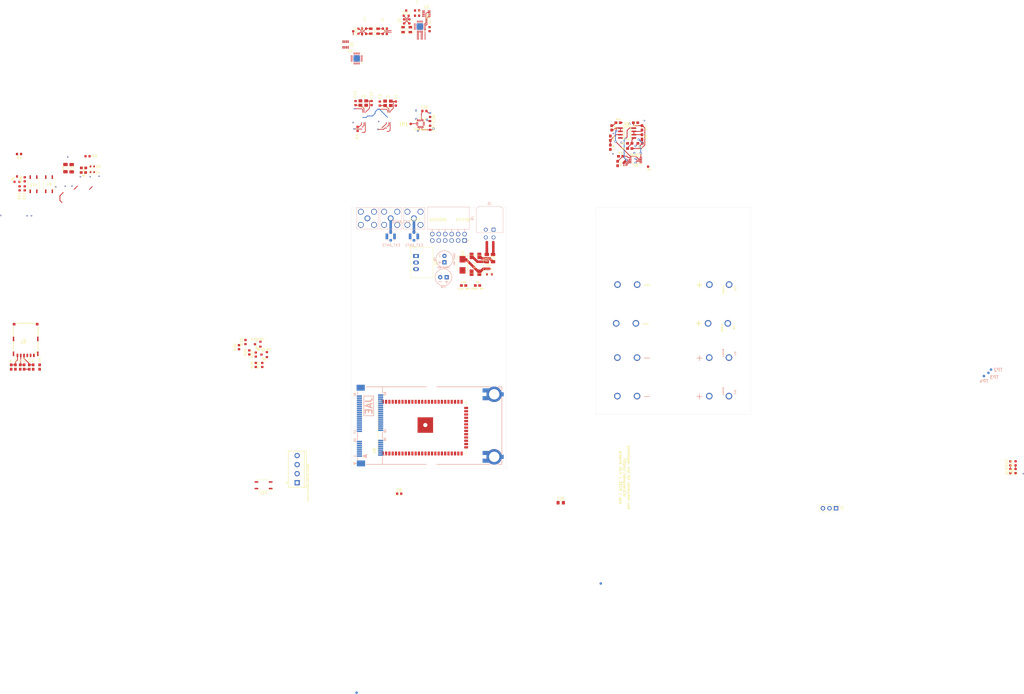
<source format=kicad_pcb>
(kicad_pcb (version 20171130) (host pcbnew 5.1.4)
  (layers (0 F.Cu signal) (31 B.Cu signal) (34 B.Paste user hide) (35 F.Paste user hide) (36 B.SilkS user) (37 F.SilkS user) (38 B.Mask user hide) (39 F.Mask user hide) (44 Edge.Cuts user))
  (net 0 "")
  (net 1 GND)
  (net 2 "Net-(F1-Pad2)")
  (net 3 "Net-(F2-Pad1)")
  (net 4 BATT+)
  (net 5 "Net-(CON1-Pad10)")
  (net 6 "Net-(CON1-Pad12)")
  (net 7 "Net-(CON1-Pad14)")
  (net 8 "Net-(CON1-Pad42)")
  (net 9 "Net-(CON1-Pad44)")
  (net 10 "Net-(CON1-Pad46)")
  (net 11 3.3V)
  (net 12 SCLK)
  (net 13 MISO)
  (net 14 MOSI)
  (net 15 CS1)
  (net 16 "Net-(Q1-Pad1)")
  (net 17 "Net-(Q3-Pad1)")
  (net 18 R1O)
  (net 19 RELAIS2)
  (net 20 RELAIS3)
  (net 21 /xtalc1+)
  (net 22 /xtalc1-)
  (net 23 USB2-)
  (net 24 USB2+)
  (net 25 CS0)
  (net 26 CAN0IRQ)
  (net 27 "Net-(C29-Pad1)")
  (net 28 TWI0_SCK)
  (net 29 TWI0_SDA)
  (net 30 "Net-(TP1-Pad1)")
  (net 31 IMU_INT1)
  (net 32 IMU_INT2)
  (net 33 CAN1IRQ)
  (net 34 /sim_reset)
  (net 35 /sim_clk)
  (net 36 /sim_data)
  (net 37 /sim_vcc)
  (net 38 /sim_vpp)
  (net 39 "Net-(J3-Pad2)")
  (net 40 "Net-(D2-Pad1)")
  (net 41 12V)
  (net 42 /c1+)
  (net 43 /c1-)
  (net 44 /c2+)
  (net 45 /c2-)
  (net 46 "Net-(R1-Pad1)")
  (net 47 "Net-(R3-Pad1)")
  (net 48 "Net-(U1-Pad20)")
  (net 49 "Net-(U1-Pad19)")
  (net 50 "Net-(U2-Pad20)")
  (net 51 "Net-(U2-Pad19)")
  (net 52 "Net-(C16-Pad2)")
  (net 53 "Net-(C16-Pad1)")
  (net 54 "Net-(C17-Pad2)")
  (net 55 "Net-(C17-Pad1)")
  (net 56 "Net-(C19-Pad2)")
  (net 57 "Net-(C20-Pad2)")
  (net 58 "Net-(D4-Pad1)")
  (net 59 "Net-(D5-Pad1)")
  (net 60 A1)
  (net 61 A2)
  (net 62 "Net-(F3-Pad1)")
  (net 63 "Net-(F4-Pad2)")
  (net 64 "Net-(R20-Pad2)")
  (net 65 "Net-(R24-Pad2)")
  (net 66 "Net-(TP5-Pad1)")
  (net 67 ADC_IRQ)
  (net 68 "Net-(D6-Pad2)")
  (net 69 "Net-(D6-Pad1)")
  (net 70 "Net-(D10-Pad2)")
  (net 71 "Net-(J3-Pad1)")
  (net 72 CAN1+)
  (net 73 CAN1-)
  (net 74 "Net-(Q1-Pad3)")
  (net 75 "Net-(R26-Pad2)")
  (net 76 "Net-(Q5-Pad1)")
  (net 77 CAN0+)
  (net 78 CAN0-)
  (net 79 /xtalc0-)
  (net 80 /xtalc0+)
  (net 81 R0O)
  (net 82 "Net-(Q3-Pad3)")
  (net 83 "Net-(Q5-Pad3)")
  (net 84 RELAIS0)
  (net 85 "Net-(R32-Pad2)")
  (net 86 "Net-(R33-Pad2)")
  (net 87 KEYFOB_VCC)
  (net 88 "Net-(EXT_ANT1-Pad1)")
  (net 89 "Net-(EXT_ANT2-Pad1)")
  (net 90 R2O)
  (module Silicon-Custom:QFN-16 (layer F.Cu) (at 26.75 -32.43 270)
    (fp_text reference U7 (at -2.286 0) (layer F.SilkS) (effects (font (size 0.6096 0.6096) (thickness 0.127))))
    (fp_text value MMA8452Q (at 2.286 0) (layer F.SilkS) (effects (font (size 0.6096 0.6096) (thickness 0.127))))
    (pad 16 smd rect (at -0.49784 -1.27254 90) (size 0.29972 0.79756) (layers F.Cu F.Paste F.Mask))
    (pad 15 smd rect (at 0 -1.27254 90) (size 0.29972 0.79756) (layers F.Cu F.Paste F.Mask))
    (pad 14 smd rect (at 0.49784 -1.27254 90) (size 0.29972 0.79756) (layers F.Cu F.Paste F.Mask) (net 11 3.3V))
    (pad 13 smd rect (at 1.27254 -0.99822) (size 0.29972 0.79756) (layers F.Cu F.Paste F.Mask))
    (pad 12 smd rect (at 1.27254 -0.49784) (size 0.29972 0.79756) (layers F.Cu F.Paste F.Mask) (net 1 GND))
    (pad 11 smd rect (at 1.27254 0) (size 0.29972 0.79756) (layers F.Cu F.Paste F.Mask) (net 31 IMU_INT1))
    (pad 10 smd rect (at 1.27254 0.49784) (size 0.29972 0.79756) (layers F.Cu F.Paste F.Mask) (net 1 GND))
    (pad 9 smd rect (at 1.27254 0.99822) (size 0.29972 0.79756) (layers F.Cu F.Paste F.Mask) (net 32 IMU_INT2))
    (pad 8 smd rect (at 0.49784 1.27254 270) (size 0.29972 0.79756) (layers F.Cu F.Paste F.Mask))
    (pad 7 smd rect (at 0 1.27254 270) (size 0.29972 0.79756) (layers F.Cu F.Paste F.Mask) (net 30 "Net-(TP1-Pad1)"))
    (pad 6 smd rect (at -0.49784 1.27254 270) (size 0.29972 0.79756) (layers F.Cu F.Paste F.Mask) (net 29 TWI0_SDA))
    (pad 5 smd rect (at -1.27254 0.99822 180) (size 0.29972 0.79756) (layers F.Cu F.Paste F.Mask) (net 1 GND))
    (pad 4 smd rect (at -1.27254 0.49784 180) (size 0.29972 0.79756) (layers F.Cu F.Paste F.Mask) (net 28 TWI0_SCK))
    (pad 3 smd rect (at -1.27254 0 180) (size 0.29972 0.79756) (layers F.Cu F.Paste F.Mask))
    (pad 2 smd rect (at -1.27254 -0.49784 180) (size 0.29972 0.79756) (layers F.Cu F.Paste F.Mask) (net 27 "Net-(C29-Pad1)"))
    (pad 1 smd rect (at -1.27254 -0.99822 180) (size 0.29972 0.79756) (layers F.Cu F.Paste F.Mask) (net 11 3.3V))
  )
  (module Silicon-Standard:MSOP10 (layer F.Cu) (at 109.95 -18.3 90)
    (fp_text reference U10 (at -2.032 0) (layer F.SilkS) (effects (font (size 0.6096 0.6096) (thickness 0.127))))
    (fp_text value ADS1015 (at 2.159 0) (layer F.SilkS) (effects (font (size 0.6096 0.6096) (thickness 0.127))))
    (pad 10 smd rect (at -0.99822 -2.04978 270) (size 0.29972 0.99822) (layers F.Cu F.Paste F.Mask) (net 28 TWI0_SCK))
    (pad 9 smd rect (at -0.49784 -2.04978 270) (size 0.29972 0.99822) (layers F.Cu F.Paste F.Mask) (net 29 TWI0_SDA))
    (pad 8 smd rect (at 0 -2.04978 270) (size 0.29972 0.99822) (layers F.Cu F.Paste F.Mask) (net 11 3.3V))
    (pad 7 smd rect (at 0.49784 -2.04978 270) (size 0.29972 0.99822) (layers F.Cu F.Paste F.Mask))
    (pad 6 smd rect (at 0.99822 -2.04978 270) (size 0.29972 0.99822) (layers F.Cu F.Paste F.Mask) (net 65 "Net-(R24-Pad2)"))
    (pad 5 smd rect (at 0.99822 2.04978 90) (size 0.29972 0.99822) (layers F.Cu F.Paste F.Mask) (net 64 "Net-(R20-Pad2)"))
    (pad 4 smd rect (at 0.49784 2.04978 90) (size 0.29972 0.99822) (layers F.Cu F.Paste F.Mask) (net 52 "Net-(C16-Pad2)"))
    (pad 3 smd rect (at 0 2.04978 90) (size 0.29972 0.99822) (layers F.Cu F.Paste F.Mask) (net 1 GND))
    (pad 2 smd rect (at -0.49784 2.04978 90) (size 0.29972 0.99822) (layers F.Cu F.Paste F.Mask) (net 67 ADC_IRQ))
    (pad 1 smd rect (at -0.99822 2.04978 90) (size 0.29972 0.99822) (layers F.Cu F.Paste F.Mask) (net 66 "Net-(TP5-Pad1)"))
  )
  (module Converter_DCDC:Converter_DCDC_RECOM_R-78E-0.5_THT (layer F.Cu) (at 25 18.8 270)
    (fp_text reference U3 (at 2.54 -7.56 90) (layer F.SilkS))
    (fp_text value R-78E3.3-1.0)
    (pad 3 thru_hole oval (at 5.08 0 270) (size 1.5 2.3) (drill 1) (layers *.Cu *.Mask) (net 11 3.3V))
    (pad 2 thru_hole oval (at 2.54 0 270) (size 1.5 2.3) (drill 1) (layers *.Cu *.Mask) (net 1 GND))
    (pad 1 thru_hole rect (at 0 0 270) (size 1.5 2.3) (drill 1) (layers *.Cu *.Mask) (net 41 12V))
  )
  (module Capacitors:CPOL-RADIAL-2.5MM-6.5MM (layer B.Cu) (at 36 20 270)
    (fp_text reference C9 (at 0 3.81 90) (layer B.SilkS) (effects (font (size 0.6096 0.6096) (thickness 0.127)) (justify mirror)))
    (fp_text value "100uF 50V" (at 0 -3.81 90) (layer B.SilkS) (effects (font (size 0.6096 0.6096) (thickness 0.127)) (justify mirror)))
    (pad 2 thru_hole circle (at -1.24968 0 270) (size 1.651 1.651) (drill 0.6985) (layers *.Cu *.Mask) (net 1 GND))
    (pad 1 thru_hole rect (at 1.24968 0 270) (size 1.651 1.651) (drill 0.6985) (layers *.Cu *.Mask) (net 41 12V))
  )
  (module Capacitors:CPOL-RADIAL-2.5MM-6.5MM (layer B.Cu) (at 35.6 27)
    (fp_text reference C18 (at 0 3.81) (layer B.SilkS) (effects (font (size 0.6096 0.6096) (thickness 0.127)) (justify mirror)))
    (fp_text value "100uF 50V" (at 0 -3.81) (layer B.SilkS) (effects (font (size 0.6096 0.6096) (thickness 0.127)) (justify mirror)))
    (pad 2 thru_hole circle (at -1.24968 0) (size 1.651 1.651) (drill 0.6985) (layers *.Cu *.Mask) (net 1 GND))
    (pad 1 thru_hole rect (at 1.24968 0) (size 1.651 1.651) (drill 0.6985) (layers *.Cu *.Mask) (net 11 3.3V))
  )
  (module Capacitors:0603 (layer F.Cu) (at 43.4 30.2)
    (fp_text reference C10 (at 0 -1.27) (layer F.SilkS) (effects (font (size 0.6096 0.6096) (thickness 0.127))))
    (fp_text value "2.2uF 50V" (at 0 1.27) (layer F.SilkS) (effects (font (size 0.6096 0.6096) (thickness 0.127))))
    (pad 2 smd rect (at 0.84836 0) (size 1.09982 0.99822) (layers F.Cu F.Paste F.Mask) (net 11 3.3V))
    (pad 1 smd rect (at -0.84836 0) (size 1.09982 0.99822) (layers F.Cu F.Paste F.Mask) (net 1 GND))
  )
  (module Capacitors:0603 (layer F.Cu) (at 48.8 30.2)
    (fp_text reference C8 (at 0 -1.27) (layer F.SilkS) (effects (font (size 0.6096 0.6096) (thickness 0.127))))
    (fp_text value "100nF 50V" (at 0 1.27) (layer F.SilkS) (effects (font (size 0.6096 0.6096) (thickness 0.127))))
    (pad 2 smd rect (at 0.84836 0) (size 1.09982 0.99822) (layers F.Cu F.Paste F.Mask) (net 11 3.3V))
    (pad 1 smd rect (at -0.84836 0) (size 1.09982 0.99822) (layers F.Cu F.Paste F.Mask) (net 1 GND))
  )
  (module Connector_Molex:Molex_Nano-Fit_105314-xx12_2x06_P2.50mm_Horizontal (layer B.Cu) (at 43.8 12.8 90)
    (fp_text reference J6 (at 8.65 2.92 90) (layer B.SilkS) (effects (justify mirror)))
    (fp_text value Conn_02x02_Top_Bottom)
    (pad "" np_thru_hole circle (at 9.68 -12.5 90) (size 1.7 1.7) (drill 1.7) (layers *.Cu *.Mask))
    (pad "" np_thru_hole circle (at 9.68 0 90) (size 1.7 1.7) (drill 1.7) (layers *.Cu *.Mask))
    (pad 12 thru_hole circle (at 2.5 -12.5 90) (size 1.7 1.7) (drill 1.2) (layers *.Cu *.Mask) (net 61 A2))
    (pad 11 thru_hole circle (at 2.5 -10 90) (size 1.7 1.7) (drill 1.2) (layers *.Cu *.Mask) (net 73 CAN1-))
    (pad 10 thru_hole circle (at 2.5 -7.5 90) (size 1.7 1.7) (drill 1.2) (layers *.Cu *.Mask))
    (pad 9 thru_hole circle (at 2.5 -5 90) (size 1.7 1.7) (drill 1.2) (layers *.Cu *.Mask) (net 87 KEYFOB_VCC))
    (pad 8 thru_hole circle (at 2.5 -2.5 90) (size 1.7 1.7) (drill 1.2) (layers *.Cu *.Mask) (net 87 KEYFOB_VCC))
    (pad 7 thru_hole circle (at 2.5 0 90) (size 1.7 1.7) (drill 1.2) (layers *.Cu *.Mask) (net 87 KEYFOB_VCC))
    (pad 6 thru_hole circle (at 0 -12.5 90) (size 1.7 1.7) (drill 1.2) (layers *.Cu *.Mask) (net 60 A1))
    (pad 5 thru_hole circle (at 0 -10 90) (size 1.7 1.7) (drill 1.2) (layers *.Cu *.Mask) (net 72 CAN1+))
    (pad 4 thru_hole circle (at 0 -7.5 90) (size 1.7 1.7) (drill 1.2) (layers *.Cu *.Mask))
    (pad 3 thru_hole circle (at 0 -5 90) (size 1.7 1.7) (drill 1.2) (layers *.Cu *.Mask) (net 90 R2O))
    (pad 2 thru_hole circle (at 0 -2.5 90) (size 1.7 1.7) (drill 1.2) (layers *.Cu *.Mask) (net 18 R1O))
    (pad 1 thru_hole roundrect (at 0 0 90) (size 1.7 1.7) (drill 1.2) (layers *.Cu *.Mask) (roundrect_rratio 0.147059) (net 81 R0O))
  )
  (module Connector_Molex:Molex_Micro-Fit_3.0_43045-0400_2x02_P3.00mm_Horizontal (layer B.Cu) (at 55 8.6 180)
    (fp_text reference J5 (at 1.5 10.12) (layer B.SilkS) (effects (justify mirror)))
    (fp_text value Conn_02x02_Top_Bottom)
    (pad 4 thru_hole circle (at 3 -3 180) (size 1.5 1.5) (drill 1.02) (layers *.Cu *.Mask) (net 78 CAN0-))
    (pad 3 thru_hole circle (at 0 -3 180) (size 1.5 1.5) (drill 1.02) (layers *.Cu *.Mask) (net 4 BATT+))
    (pad 2 thru_hole circle (at 3 0 180) (size 1.5 1.5) (drill 1.02) (layers *.Cu *.Mask) (net 77 CAN0+))
    (pad 1 thru_hole roundrect (at 0 0 180) (size 1.5 1.5) (drill 1.02) (layers *.Cu *.Mask) (roundrect_rratio 0.166667) (net 4 BATT+))
    (pad "" np_thru_hole circle (at 1.5 4.32 180) (size 3 3) (drill 3) (layers *.Cu *.Mask))
  )
  (module Diode_SMD:D_SMB (layer F.Cu) (at 43 22.2 270)
    (fp_text reference D2 (at -4.5 0 90) (layer F.SilkS))
    (fp_text value SMBJ16CA-13-F)
    (pad 2 smd rect (at 2.15 0 270) (size 2.5 2.3) (layers F.Cu F.Paste F.Mask) (net 1 GND))
    (pad 1 smd rect (at -2.15 0 270) (size 2.5 2.3) (layers F.Cu F.Paste F.Mask) (net 40 "Net-(D2-Pad1)"))
  )
  (module Batteries:BATTERY-AAA (layer B.Cu) (at 124.5 73 180)
    (fp_text reference BT2 (at -24.0538 1.524 270) (layer B.SilkS) (effects (font (size 0.6096 0.6096) (thickness 0.127)) (justify mirror)))
    (fp_text value Battery (at -19.3548 1.8288 270) (layer B.SilkS) (effects (font (size 0.6096 0.6096) (thickness 0.127)) (justify mirror)))
    (fp_text user - (at 10.16 0) (layer B.SilkS) (effects (font (size 2.54 2.54) (thickness 0.3048)) (justify mirror)))
    (fp_text user + (at -10.16 0) (layer B.SilkS) (effects (font (size 2.54 2.54) (thickness 0.3048)) (justify mirror)))
    (pad PWR@ thru_hole circle (at -13.97 0 180) (size 2.5527 2.5527) (drill 1.7018) (layers *.Cu *.Mask))
    (pad PWR@ thru_hole circle (at -21.59 0 180) (size 2.5527 2.5527) (drill 1.7018) (layers *.Cu *.Mask))
    (pad GND@ thru_hole circle (at 13.97 0 180) (size 2.5527 2.5527) (drill 1.7018) (layers *.Cu *.Mask))
    (pad GND@ thru_hole circle (at 21.59 0 180) (size 2.5527 2.5527) (drill 1.7018) (layers *.Cu *.Mask))
  )
  (module Batteries:BATTERY-AAA (layer B.Cu) (at 124.5 58.1 180)
    (fp_text reference BT1 (at -24.0538 1.524 270) (layer B.SilkS) (effects (font (size 0.6096 0.6096) (thickness 0.127)) (justify mirror)))
    (fp_text value Battery (at -19.3548 1.8288 270) (layer B.SilkS) (effects (font (size 0.6096 0.6096) (thickness 0.127)) (justify mirror)))
    (fp_text user + (at -10.16 0) (layer B.SilkS) (effects (font (size 2.54 2.54) (thickness 0.3048)) (justify mirror)))
    (fp_text user - (at 10.16 0) (layer B.SilkS) (effects (font (size 2.54 2.54) (thickness 0.3048)) (justify mirror)))
    (pad GND@ thru_hole circle (at 21.59 0 180) (size 2.5527 2.5527) (drill 1.7018) (layers *.Cu *.Mask))
    (pad GND@ thru_hole circle (at 13.97 0 180) (size 2.5527 2.5527) (drill 1.7018) (layers *.Cu *.Mask))
    (pad PWR@ thru_hole circle (at -21.59 0 180) (size 2.5527 2.5527) (drill 1.7018) (layers *.Cu *.Mask))
    (pad PWR@ thru_hole circle (at -13.97 0 180) (size 2.5527 2.5527) (drill 1.7018) (layers *.Cu *.Mask))
  )
  (module Aesthetics:FIDUCIAL-1X2 (layer B.Cu) (at 96.5 145.5)
    (fp_text reference FID2 hide)
    (fp_text value Fiducial hide)
    (pad 1 smd circle (at 0 0) (size 0.99822 0.99822) (layers B.Cu B.Mask))
  )
  (module Batteries:BATTERY-AAA (layer F.Cu) (at 124.55 29.85 180)
    (fp_text reference BT2 (at -24.0538 -1.524 90) (layer F.SilkS) (effects (font (size 0.6096 0.6096) (thickness 0.127))))
    (fp_text value Battery (at -19.3548 -1.8288 90) (layer F.SilkS) (effects (font (size 0.6096 0.6096) (thickness 0.127))))
    (fp_text user + (at -10.16 0) (layer F.SilkS) (effects (font (size 2.54 2.54) (thickness 0.3048))))
    (fp_text user - (at 10.16 0) (layer F.SilkS) (effects (font (size 2.54 2.54) (thickness 0.3048))))
    (pad GND@ thru_hole circle (at 21.59 0 180) (size 2.5527 2.5527) (drill 1.7018) (layers *.Cu *.Mask))
    (pad GND@ thru_hole circle (at 13.97 0 180) (size 2.5527 2.5527) (drill 1.7018) (layers *.Cu *.Mask))
    (pad PWR@ thru_hole circle (at -21.59 0 180) (size 2.5527 2.5527) (drill 1.7018) (layers *.Cu *.Mask))
    (pad PWR@ thru_hole circle (at -13.97 0 180) (size 2.5527 2.5527) (drill 1.7018) (layers *.Cu *.Mask))
  )
  (module Connector_Coaxial:SMA_Amphenol_132203-12_Horizontal (layer B.Cu) (at 6.2 4.2 180)
    (fp_text reference EXT_ANT5 (at -13.05 -1.35 180) (layer B.SilkS) (effects (justify mirror)))
    (fp_text value SMA_F_R_A_PCB)
    (pad 1 thru_hole circle (at 0 0 180) (size 2.25 2.25) (drill 1.5) (layers *.Cu *.Mask))
    (pad 2 thru_hole circle (at 2.54 -2.54 90) (size 2.25 2.25) (drill 1.7) (layers *.Cu *.Mask) (net 1 GND))
    (pad 2 thru_hole circle (at 2.54 2.54 180) (size 2.25 2.25) (drill 1.7) (layers *.Cu *.Mask) (net 1 GND))
    (pad 2 thru_hole circle (at -2.54 2.54 180) (size 2.25 2.25) (drill 1.7) (layers *.Cu *.Mask) (net 1 GND))
    (pad 2 thru_hole circle (at -2.54 -2.54 180) (size 2.25 2.25) (drill 1.7) (layers *.Cu *.Mask) (net 1 GND))
  )
  (module Connector_Coaxial:U.FL_Molex_MCRF_73412-0110_Vertical (layer B.Cu) (at 15.2 11.2)
    (fp_text reference EXT_ANT4 hide)
    (fp_text value SMA_F_R_A_PCB)
    (pad 2 smd rect (at -1.475 0) (size 1.05 2.2) (layers B.Cu B.Paste B.Mask) (net 1 GND))
    (pad 2 smd rect (at 1.475 0) (size 1.05 2.2) (layers B.Cu B.Paste B.Mask) (net 1 GND))
    (pad 2 smd rect (at 0 1.5) (size 1 1) (layers B.Cu B.Paste B.Mask) (net 1 GND))
    (pad 1 smd rect (at 0 -1.5) (size 1 1) (layers B.Cu B.Paste B.Mask) (net 89 "Net-(EXT_ANT2-Pad1)"))
  )
  (module Connector_Coaxial:U.FL_Molex_MCRF_73412-0110_Vertical (layer B.Cu) (at 24.2 11.2)
    (fp_text reference EXT_ANT3 hide)
    (fp_text value SMA_F_R_A_PCB)
    (pad 1 smd rect (at 0 -1.5) (size 1 1) (layers B.Cu B.Paste B.Mask) (net 88 "Net-(EXT_ANT1-Pad1)"))
    (pad 2 smd rect (at 0 1.5) (size 1 1) (layers B.Cu B.Paste B.Mask) (net 1 GND))
    (pad 2 smd rect (at 1.475 0) (size 1.05 2.2) (layers B.Cu B.Paste B.Mask) (net 1 GND))
    (pad 2 smd rect (at -1.475 0) (size 1.05 2.2) (layers B.Cu B.Paste B.Mask) (net 1 GND))
  )
  (module Connector_Coaxial:SMA_Amphenol_132203-12_Horizontal (layer B.Cu) (at 15.2 4.2 180)
    (fp_text reference EXT_ANT2 (at -0.2 -10.4 180) (layer B.SilkS) (effects (justify mirror)))
    (fp_text value SMA_F_R_A_PCB)
    (pad 2 thru_hole circle (at -2.54 -2.54 180) (size 2.25 2.25) (drill 1.7) (layers *.Cu *.Mask) (net 1 GND))
    (pad 2 thru_hole circle (at -2.54 2.54 180) (size 2.25 2.25) (drill 1.7) (layers *.Cu *.Mask) (net 1 GND))
    (pad 2 thru_hole circle (at 2.54 2.54 180) (size 2.25 2.25) (drill 1.7) (layers *.Cu *.Mask) (net 1 GND))
    (pad 2 thru_hole circle (at 2.54 -2.54 90) (size 2.25 2.25) (drill 1.7) (layers *.Cu *.Mask) (net 1 GND))
    (pad 1 thru_hole circle (at 0 0 180) (size 2.25 2.25) (drill 1.5) (layers *.Cu *.Mask) (net 89 "Net-(EXT_ANT2-Pad1)"))
  )
  (module Connector_Coaxial:SMA_Amphenol_132203-12_Horizontal (layer B.Cu) (at 24.2 4.2 180)
    (fp_text reference EXT_ANT1 (at 0 -10.4 180) (layer B.SilkS) (effects (justify mirror)))
    (fp_text value SMA_F_R_A_PCB)
    (pad 1 thru_hole circle (at 0 0 180) (size 2.25 2.25) (drill 1.5) (layers *.Cu *.Mask) (net 88 "Net-(EXT_ANT1-Pad1)"))
    (pad 2 thru_hole circle (at 2.54 -2.54 90) (size 2.25 2.25) (drill 1.7) (layers *.Cu *.Mask) (net 1 GND))
    (pad 2 thru_hole circle (at 2.54 2.54 180) (size 2.25 2.25) (drill 1.7) (layers *.Cu *.Mask) (net 1 GND))
    (pad 2 thru_hole circle (at -2.54 2.54 180) (size 2.25 2.25) (drill 1.7) (layers *.Cu *.Mask) (net 1 GND))
    (pad 2 thru_hole circle (at -2.54 -2.54 180) (size 2.25 2.25) (drill 1.7) (layers *.Cu *.Mask) (net 1 GND))
  )
  (module Fuse:Fuse_1206_3216Metric (layer F.Cu) (at 54.8 19.6 90)
    (fp_text reference F2 (at 0.1 -0.1 -90) (layer F.SilkS))
    (fp_text value Fuse)
    (pad 2 smd roundrect (at 1.4 0 90) (size 1.25 1.75) (layers F.Cu F.Paste F.Mask) (roundrect_rratio 0.2) (net 4 BATT+))
    (pad 1 smd roundrect (at -1.4 0 90) (size 1.25 1.75) (layers F.Cu F.Paste F.Mask) (roundrect_rratio 0.2) (net 3 "Net-(F2-Pad1)"))
  )
  (module OLIMEX_Connectors-FP:MM60-52B1-G1-R850 (layer B.Cu) (at 7.2 84.4 270)
    (fp_text reference CON1 hide)
    (fp_text value "MSATA-PCIE_MINI-CARD-MM60-52B1-G1-R850(Digi-Key_PN_670-2516-2-ND)")
    (fp_text user JAE (at -7.55 0.4 90) (layer B.SilkS) (effects (font (size 2.54 2.54) (thickness 0.51054)) (justify mirror)))
    (fp_text user 52 (at -12.35964 -5.7785 90) (layer B.SilkS) (effects (font (size 0.762 0.762) (thickness 0.1905)) (justify mirror)))
    (fp_text user 18 (at 2.03708 -5.7785 90) (layer B.SilkS) (effects (font (size 0.762 0.762) (thickness 0.1905)) (justify mirror)))
    (fp_text user 16 (at 5.23748 -5.7785 90) (layer B.SilkS) (effects (font (size 0.762 0.762) (thickness 0.1905)) (justify mirror)))
    (fp_text user 2 (at 11.4173 -5.7785 90) (layer B.SilkS) (effects (font (size 0.762 0.762) (thickness 0.1905)) (justify mirror)))
    (fp_text user 51 (at -11.96086 5.82 90) (layer B.SilkS) (effects (font (size 0.762 0.762) (thickness 0.1905)) (justify mirror)))
    (fp_text user 17 (at 2.43586 5.82 90) (layer B.SilkS) (effects (font (size 0.762 0.762) (thickness 0.1905)) (justify mirror)))
    (fp_text user 15 (at 5.63626 5.82 90) (layer B.SilkS) (effects (font (size 0.762 0.762) (thickness 0.1905)) (justify mirror)))
    (fp_text user 1 (at 11.82 5.82 90) (layer B.SilkS) (effects (font (size 0.762 0.762) (thickness 0.1905)) (justify mirror)))
    (pad MP2 smd rect (at -13.6 -44.9 90) (size 1.6 2.7) (layers B.Cu B.Mask) (net 1 GND))
    (pad MP2 smd rect (at -10.6 -44.9 90) (size 1.6 2.7) (layers B.Cu B.Mask) (net 1 GND))
    (pad MP2 smd rect (at -12.1 -50.8 90) (size 1.6 1.9) (layers B.Cu B.Mask) (net 1 GND))
    (pad MP1 smd rect (at 10.6 -44.9 90) (size 1.6 2.7) (layers B.Cu B.Mask) (net 1 GND))
    (pad MP1 smd rect (at 13.6 -44.9 90) (size 1.6 2.7) (layers B.Cu B.Mask) (net 1 GND))
    (pad MP1 smd rect (at 12.1 -50.8 90) (size 1.6 1.9) (layers B.Cu B.Mask) (net 1 GND))
    (pad MP2 smd rect (at -14.65 3.6 90) (size 2.3 3.2) (layers B.Cu B.Paste B.Mask) (net 1 GND))
    (pad MP1 smd rect (at 14.65 3.5 90) (size 2.3 3.2) (layers B.Cu B.Paste B.Mask) (net 1 GND))
    (pad 52 smd rect (at -11.8 -4.1 90) (size 0.6 2) (layers B.Cu B.Paste B.Mask) (net 11 3.3V))
    (pad 51 smd rect (at -11.4 4.1 90) (size 0.6 2) (layers B.Cu B.Paste B.Mask))
    (pad 50 smd rect (at -11 -4.1 90) (size 0.6 2) (layers B.Cu B.Paste B.Mask) (net 1 GND))
    (pad 49 smd rect (at -10.6 4.1 90) (size 0.6 2) (layers B.Cu B.Paste B.Mask))
    (pad 48 smd rect (at -10.2 -4.1 90) (size 0.6 2) (layers B.Cu B.Paste B.Mask))
    (pad 47 smd rect (at -9.8 4.1 90) (size 0.6 2) (layers B.Cu B.Paste B.Mask))
    (pad 46 smd rect (at -9.4 -4.1 90) (size 0.6 2) (layers B.Cu B.Paste B.Mask) (net 10 "Net-(CON1-Pad46)"))
    (pad 45 smd rect (at -9 4.1 90) (size 0.6 2) (layers B.Cu B.Paste B.Mask))
    (pad 44 smd rect (at -8.6 -4.1 90) (size 0.6 2) (layers B.Cu B.Paste B.Mask) (net 9 "Net-(CON1-Pad44)"))
    (pad 43 smd rect (at -8.2 4.1 90) (size 0.6 2) (layers B.Cu B.Paste B.Mask))
    (pad 42 smd rect (at -7.8 -4.1 90) (size 0.6 2) (layers B.Cu B.Paste B.Mask) (net 8 "Net-(CON1-Pad42)"))
    (pad 41 smd rect (at -7.4 4.1 90) (size 0.6 2) (layers B.Cu B.Paste B.Mask) (net 11 3.3V))
    (pad 40 smd rect (at -7 -4.1 90) (size 0.6 2) (layers B.Cu B.Paste B.Mask) (net 1 GND))
    (pad 39 smd rect (at -6.6 4.1 90) (size 0.6 2) (layers B.Cu B.Paste B.Mask) (net 11 3.3V))
    (pad 38 smd rect (at -6.2 -4.1 90) (size 0.6 2) (layers B.Cu B.Paste B.Mask) (net 24 USB2+))
    (pad 37 smd rect (at -5.8 4.1 90) (size 0.6 2) (layers B.Cu B.Paste B.Mask))
    (pad 36 smd rect (at -5.4 -4.1 90) (size 0.6 2) (layers B.Cu B.Paste B.Mask) (net 23 USB2-))
    (pad 35 smd rect (at -5 4.1 90) (size 0.6 2) (layers B.Cu B.Paste B.Mask) (net 1 GND))
    (pad 34 smd rect (at -4.6 -4.1 90) (size 0.6 2) (layers B.Cu B.Paste B.Mask) (net 1 GND))
    (pad 33 smd rect (at -4.2 4.1 90) (size 0.6 2) (layers B.Cu B.Paste B.Mask))
    (pad 32 smd rect (at -3.8 -4.1 90) (size 0.6 2) (layers B.Cu B.Paste B.Mask))
    (pad 31 smd rect (at -3.4 4.1 90) (size 0.6 2) (layers B.Cu B.Paste B.Mask))
    (pad 30 smd rect (at -3 -4.1 90) (size 0.6 2) (layers B.Cu B.Paste B.Mask))
    (pad 29 smd rect (at -2.6 4.1 90) (size 0.6 2) (layers B.Cu B.Paste B.Mask) (net 1 GND))
    (pad 28 smd rect (at -2.2 -4.1 90) (size 0.6 2) (layers B.Cu B.Paste B.Mask))
    (pad 27 smd rect (at -1.8 4.1 90) (size 0.6 2) (layers B.Cu B.Paste B.Mask) (net 1 GND))
    (pad 26 smd rect (at -1.4 -4.1 90) (size 0.6 2) (layers B.Cu B.Paste B.Mask) (net 1 GND))
    (pad 25 smd rect (at -1 4.1 90) (size 0.6 2) (layers B.Cu B.Paste B.Mask))
    (pad 24 smd rect (at -0.6 -4.1 90) (size 0.6 2) (layers B.Cu B.Paste B.Mask) (net 11 3.3V))
    (pad 23 smd rect (at -0.2 4.1 90) (size 0.6 2) (layers B.Cu B.Paste B.Mask))
    (pad 22 smd rect (at 0.2 -4.1 90) (size 0.6 2) (layers B.Cu B.Paste B.Mask))
    (pad 21 smd rect (at 0.6 4.1 90) (size 0.6 2) (layers B.Cu B.Paste B.Mask) (net 1 GND))
    (pad 20 smd rect (at 1 -4.1 90) (size 0.6 2) (layers B.Cu B.Paste B.Mask))
    (pad 19 smd rect (at 1.4 4.1 90) (size 0.6 2) (layers B.Cu B.Paste B.Mask))
    (pad 18 smd rect (at 1.8 -4.1 90) (size 0.6 2) (layers B.Cu B.Paste B.Mask) (net 1 GND))
    (pad 17 smd rect (at 2.2 4.1 90) (size 0.6 2) (layers B.Cu B.Paste B.Mask))
    (pad 16 smd rect (at 5.8 -4.1 90) (size 0.6 2) (layers B.Cu B.Paste B.Mask) (net 38 /sim_vpp))
    (pad 15 smd rect (at 6.2 4.1 90) (size 0.6 2) (layers B.Cu B.Paste B.Mask) (net 1 GND))
    (pad 14 smd rect (at 6.6 -4.1 90) (size 0.6 2) (layers B.Cu B.Paste B.Mask) (net 7 "Net-(CON1-Pad14)"))
    (pad 13 smd rect (at 7 4.1 90) (size 0.6 2) (layers B.Cu B.Paste B.Mask))
    (pad 12 smd rect (at 7.4 -4.1 90) (size 0.6 2) (layers B.Cu B.Paste B.Mask) (net 6 "Net-(CON1-Pad12)"))
    (pad 11 smd rect (at 7.8 4.1 90) (size 0.6 2) (layers B.Cu B.Paste B.Mask))
    (pad 10 smd rect (at 8.2 -4.1 90) (size 0.6 2) (layers B.Cu B.Paste B.Mask) (net 5 "Net-(CON1-Pad10)"))
    (pad 9 smd rect (at 8.6 4.1 90) (size 0.6 2) (layers B.Cu B.Paste B.Mask) (net 1 GND))
    (pad 8 smd rect (at 9 -4.1 90) (size 0.6 2) (layers B.Cu B.Paste B.Mask) (net 37 /sim_vcc))
    (pad 7 smd rect (at 9.4 4.1 90) (size 0.6 2) (layers B.Cu B.Paste B.Mask))
    (pad 6 smd rect (at 9.8 -4.1 90) (size 0.6 2) (layers B.Cu B.Paste B.Mask))
    (pad 5 smd rect (at 10.2 4.1 90) (size 0.6 2) (layers B.Cu B.Paste B.Mask))
    (pad 4 smd rect (at 10.6 -4.1 90) (size 0.6 2) (layers B.Cu B.Paste B.Mask) (net 1 GND))
    (pad 3 smd rect (at 11 4.1 90) (size 0.6 2) (layers B.Cu B.Paste B.Mask))
    (pad 2 smd rect (at 11.4 -4.1 90) (size 0.6 2) (layers B.Cu B.Paste B.Mask) (net 11 3.3V))
    (pad 1 smd rect (at 11.8 4.1 90) (size 0.6 2) (layers B.Cu B.Paste B.Mask))
    (pad "" np_thru_hole circle (at -12.5 0 90) (size 1.1 1.1) (drill 1.1) (layers *.Cu *.Mask))
    (pad "" np_thru_hole circle (at 12.5 0 90) (size 1.6 1.6) (drill 1.6) (layers *.Cu *.Mask))
    (pad MP1 thru_hole circle (at 12.1 -48.05 90) (size 6 6) (drill 4) (layers *.Cu *.Mask) (net 1 GND))
    (pad MP2 thru_hole circle (at -12.1 -48.05 90) (size 6 6) (drill 4) (layers *.Cu *.Mask) (net 1 GND))
  )
  (module Batteries:BATTERY-AAA (layer F.Cu) (at 124.05 44.85 180)
    (fp_text reference BT1 (at -24.0538 -1.524 90) (layer F.SilkS) (effects (font (size 0.6096 0.6096) (thickness 0.127))))
    (fp_text value Battery (at -19.3548 -1.8288 90) (layer F.SilkS) (effects (font (size 0.6096 0.6096) (thickness 0.127))))
    (fp_text user - (at 10.16 0) (layer F.SilkS) (effects (font (size 2.54 2.54) (thickness 0.3048))))
    (fp_text user + (at -10.16 0 270) (layer F.SilkS) (effects (font (size 2.54 2.54) (thickness 0.3048))))
    (pad PWR@ thru_hole circle (at -13.97 0 180) (size 2.5527 2.5527) (drill 1.7018) (layers *.Cu *.Mask))
    (pad PWR@ thru_hole circle (at -21.59 0 180) (size 2.5527 2.5527) (drill 1.7018) (layers *.Cu *.Mask))
    (pad GND@ thru_hole circle (at 13.97 0 180) (size 2.5527 2.5527) (drill 1.7018) (layers *.Cu *.Mask))
    (pad GND@ thru_hole circle (at 21.59 0 180) (size 2.5527 2.5527) (drill 1.7018) (layers *.Cu *.Mask))
  )
  (module Connectors:SCREWTERMINAL-3.5MM-4 (layer F.Cu) (at -21 106.5 90)
    (fp_text reference J4 (at 0 -3.937 90) (layer F.SilkS) (effects (font (size 0.6096 0.6096) (thickness 0.127))))
    (fp_text value "Screw_Terminal internal keyfob" (at 0 4.191 90) (layer F.SilkS) (effects (font (size 0.6096 0.6096) (thickness 0.127))))
    (pad 4 thru_hole circle (at 10.49782 0 90) (size 2.032 2.032) (drill 1.19888) (layers *.Cu *.Mask) (net 1 GND))
    (pad 3 thru_hole circle (at 6.9977 0 90) (size 2.032 2.032) (drill 1.19888) (layers *.Cu *.Mask) (net 18 R1O))
    (pad 2 thru_hole circle (at 3.49758 0 90) (size 2.032 2.032) (drill 1.19888) (layers *.Cu *.Mask) (net 18 R1O))
    (pad 1 thru_hole rect (at 0 0 90) (size 2.032 2.032) (drill 1.19888) (layers *.Cu *.Mask) (net 81 R0O))
  )
  (module Diode_SMD:D_0603_1608Metric (layer F.Cu) (at 18.5 110.75)
    (fp_text reference D8 (at 0 -1.43) (layer F.SilkS))
    (fp_text value D)
    (pad 2 smd roundrect (at 0.7875 0) (size 0.875 0.95) (layers F.Cu F.Paste F.Mask) (net 11 3.3V))
    (pad 1 smd roundrect (at -0.7875 0) (size 0.875 0.95) (layers F.Cu F.Paste F.Mask) (net 87 KEYFOB_VCC))
  )
  (module Capacitor_SMD:C_0805_2012Metric_Pad1.15x1.40mm_HandSolder (layer F.Cu) (at 81 114.25)
    (fp_text reference C26 (at 0 -1.65) (layer F.SilkS))
    (fp_text value 10uF)
    (pad 2 smd roundrect (at 1.025 0) (size 1.15 1.4) (layers F.Cu F.Paste F.Mask) (roundrect_rratio 0.217391) (net 11 3.3V))
    (pad 1 smd roundrect (at -1.025 0) (size 1.15 1.4) (layers F.Cu F.Paste F.Mask) (roundrect_rratio 0.217391) (net 1 GND))
  )
  (module OLIMEX_TestPoints-FP:TP_SMD (layer B.Cu) (at 244.75 65.25 270)
    (fp_text reference TP4 (at 2 0) (layer B.SilkS) (effects (font (size 1.27 1.27) (thickness 0.254)) (justify mirror)))
    (fp_text value SA0 hide)
    (pad 1 smd circle (at 0 0 180) (size 1 1) (layers B.Cu B.Mask) (net 10 "Net-(CON1-Pad46)"))
  )
  (module OLIMEX_TestPoints-FP:TP_SMD (layer B.Cu) (at 246.5 64 270)
    (fp_text reference TP3 (at 1.75 -2.25) (layer B.SilkS) (effects (font (size 1.27 1.27) (thickness 0.254)) (justify mirror)))
    (fp_text value SA0 hide)
    (pad 1 smd circle (at 0 0 180) (size 1 1) (layers B.Cu B.Mask) (net 9 "Net-(CON1-Pad44)"))
  )
  (module OLIMEX_TestPoints-FP:TP_SMD (layer B.Cu) (at 247.5 62.75 270)
    (fp_text reference TP2 (at 0.127 -2.75) (layer B.SilkS) (effects (font (size 1.27 1.27) (thickness 0.254)) (justify mirror)))
    (fp_text value SA0 hide)
    (pad 1 smd circle (at 0 0 180) (size 1 1) (layers B.Cu B.Mask) (net 8 "Net-(CON1-Pad42)"))
  )
  (module Package_SO:SOP-4_3.8x4.1mm_P2.54mm (layer F.Cu) (at -34 107.5 180)
    (fp_text reference U15 (at 0 -3) (layer F.SilkS))
    (fp_text value "Omron G3VM-61VY3")
    (pad 4 smd roundrect (at 2.75 -1.27 180) (size 1.45 0.55) (layers F.Cu F.Paste F.Mask) (net 87 KEYFOB_VCC))
    (pad 3 smd roundrect (at 2.75 1.27 180) (size 1.45 0.55) (layers F.Cu F.Paste F.Mask) (net 81 R0O))
    (pad 2 smd roundrect (at -2.75 1.27 180) (size 1.45 0.55) (layers F.Cu F.Paste F.Mask) (net 86 "Net-(R33-Pad2)"))
    (pad 1 smd roundrect (at -2.75 -1.27 180) (size 1.45 0.55) (layers F.Cu F.Paste F.Mask) (net 11 3.3V))
  )
  (module Package_SO:SOP-4_3.8x4.1mm_P2.54mm (layer F.Cu) (at -123 -9 90)
    (fp_text reference U14 (at -0.2 0 180) (layer F.SilkS))
    (fp_text value "Omron G3VM-61VY3")
    (pad 1 smd roundrect (at -2.75 -1.27 90) (size 1.45 0.55) (layers F.Cu F.Paste F.Mask) (net 11 3.3V))
    (pad 2 smd roundrect (at -2.75 1.27 90) (size 1.45 0.55) (layers F.Cu F.Paste F.Mask) (net 85 "Net-(R32-Pad2)"))
    (pad 3 smd roundrect (at 2.75 1.27 90) (size 1.45 0.55) (layers F.Cu F.Paste F.Mask))
    (pad 4 smd roundrect (at 2.75 -1.27 90) (size 1.45 0.55) (layers F.Cu F.Paste F.Mask))
  )
  (module Resistor_SMD:R_0603_1608Metric (layer F.Cu) (at -40.99 52.08 90)
    (fp_text reference R33 (at 0 -1.43 90) (layer F.SilkS))
    (fp_text value R)
    (pad 2 smd roundrect (at 0.7875 0 90) (size 0.875 0.95) (layers F.Cu F.Paste F.Mask) (net 86 "Net-(R33-Pad2)"))
    (pad 1 smd roundrect (at -0.7875 0 90) (size 0.875 0.95) (layers F.Cu F.Paste F.Mask) (net 83 "Net-(Q5-Pad3)"))
  )
  (module Resistor_SMD:R_0603_1608Metric (layer F.Cu) (at -37.01 56.93 90)
    (fp_text reference R32 (at 0 -1.43 90) (layer F.SilkS))
    (fp_text value R)
    (pad 2 smd roundrect (at 0.7875 0 90) (size 0.875 0.95) (layers F.Cu F.Paste F.Mask) (net 85 "Net-(R32-Pad2)"))
    (pad 1 smd roundrect (at -0.7875 0 90) (size 0.875 0.95) (layers F.Cu F.Paste F.Mask) (net 82 "Net-(Q3-Pad3)"))
  )
  (module Resistor_SMD:R_0603_1608Metric (layer F.Cu) (at -34.5 60.94 90)
    (fp_text reference R31 (at 0 -1.43 90) (layer F.SilkS))
    (fp_text value 10K)
    (pad 2 smd roundrect (at 0.7875 0 90) (size 0.875 0.95) (layers F.Cu F.Paste F.Mask) (net 76 "Net-(Q5-Pad1)"))
    (pad 1 smd roundrect (at -0.7875 0 90) (size 0.875 0.95) (layers F.Cu F.Paste F.Mask) (net 1 GND))
  )
  (module Resistor_SMD:R_0603_1608Metric (layer F.Cu) (at -43.5 54.06 90)
    (fp_text reference R30 (at 0 -1.43 90) (layer F.SilkS))
    (fp_text value 10K)
    (pad 2 smd roundrect (at 0.7875 0 90) (size 0.875 0.95) (layers F.Cu F.Paste F.Mask) (net 17 "Net-(Q3-Pad1)"))
    (pad 1 smd roundrect (at -0.7875 0 90) (size 0.875 0.95) (layers F.Cu F.Paste F.Mask) (net 1 GND))
  )
  (module Resistor_SMD:R_0603_1608Metric (layer F.Cu) (at -39.52 56.09 90)
    (fp_text reference R29 (at 0 -1.43 90) (layer F.SilkS))
    (fp_text value 1K)
    (pad 2 smd roundrect (at 0.7875 0 90) (size 0.875 0.95) (layers F.Cu F.Paste F.Mask) (net 84 RELAIS0))
    (pad 1 smd roundrect (at -0.7875 0 90) (size 0.875 0.95) (layers F.Cu F.Paste F.Mask) (net 76 "Net-(Q5-Pad1)"))
  )
  (module Resistor_SMD:R_0603_1608Metric (layer F.Cu) (at -37.01 60.94 90)
    (fp_text reference R28 (at 0 -1.43 90) (layer F.SilkS))
    (fp_text value 1K)
    (pad 2 smd roundrect (at 0.7875 0 90) (size 0.875 0.95) (layers F.Cu F.Paste F.Mask) (net 20 RELAIS3))
    (pad 1 smd roundrect (at -0.7875 0 90) (size 0.875 0.95) (layers F.Cu F.Paste F.Mask) (net 17 "Net-(Q3-Pad1)"))
  )
  (module Silicon-Standard:SOT23-3 (layer F.Cu) (at -33.705601 56.93386 90)
    (fp_text reference Q5 (at -1.9558 0) (layer F.SilkS) (effects (font (size 0.6096 0.6096) (thickness 0.127))))
    (fp_text value Q_NPN_BEC (at 2.032 0) (layer F.SilkS) (effects (font (size 0.6096 0.6096) (thickness 0.127))))
    (pad 3 smd rect (at 0 -1.09982 90) (size 0.79756 0.89916) (layers F.Cu F.Paste F.Mask) (net 83 "Net-(Q5-Pad3)"))
    (pad 2 smd rect (at 0.94996 0.99822 90) (size 0.79756 0.89916) (layers F.Cu F.Paste F.Mask) (net 1 GND))
    (pad 1 smd rect (at -0.94996 0.99822 90) (size 0.79756 0.89916) (layers F.Cu F.Paste F.Mask) (net 76 "Net-(Q5-Pad1)"))
  )
  (module Silicon-Standard:SOT23-3 (layer F.Cu) (at -36.215601 52.92386 90)
    (fp_text reference Q3 (at -1.9558 0) (layer F.SilkS) (effects (font (size 0.6096 0.6096) (thickness 0.127))))
    (fp_text value Q_NPN_BEC (at 2.032 0) (layer F.SilkS) (effects (font (size 0.6096 0.6096) (thickness 0.127))))
    (pad 3 smd rect (at 0 -1.09982 90) (size 0.79756 0.89916) (layers F.Cu F.Paste F.Mask) (net 82 "Net-(Q3-Pad3)"))
    (pad 2 smd rect (at 0.94996 0.99822 90) (size 0.79756 0.89916) (layers F.Cu F.Paste F.Mask) (net 1 GND))
    (pad 1 smd rect (at -0.94996 0.99822 90) (size 0.79756 0.89916) (layers F.Cu F.Paste F.Mask) (net 17 "Net-(Q3-Pad1)"))
  )
  (module Package_SO:SOP-4_3.8x4.1mm_P2.54mm (layer F.Cu) (at -117 -9 90)
    (fp_text reference U9 (at 0 0 180) (layer F.SilkS))
    (fp_text value "Omron G3VM-61VY3")
    (pad 1 smd roundrect (at -2.75 -1.27 90) (size 1.45 0.55) (layers F.Cu F.Paste F.Mask) (net 11 3.3V))
    (pad 2 smd roundrect (at -2.75 1.27 90) (size 1.45 0.55) (layers F.Cu F.Paste F.Mask) (net 75 "Net-(R26-Pad2)"))
    (pad 3 smd roundrect (at 2.75 1.27 90) (size 1.45 0.55) (layers F.Cu F.Paste F.Mask) (net 90 R2O))
    (pad 4 smd roundrect (at 2.75 -1.27 90) (size 1.45 0.55) (layers F.Cu F.Paste F.Mask) (net 87 KEYFOB_VCC))
  )
  (module Resistor_SMD:R_0603_1608Metric (layer F.Cu) (at -126.4 -10.9 90)
    (fp_text reference R26 (at 0 -1.43 90) (layer F.SilkS))
    (fp_text value R)
    (pad 1 smd roundrect (at -0.7875 0 90) (size 0.875 0.95) (layers F.Cu F.Paste F.Mask) (net 74 "Net-(Q1-Pad3)"))
    (pad 2 smd roundrect (at 0.7875 0 90) (size 0.875 0.95) (layers F.Cu F.Paste F.Mask) (net 75 "Net-(R26-Pad2)"))
  )
  (module Module:Onion_Omega2S (layer F.Cu) (at 27.4 85.2 90)
    (fp_text reference U8 (at -8.94 -18.525 270) (layer F.SilkS))
    (fp_text value Omega2S)
    (pad "" np_thru_hole circle (at 1 1.2 90) (size 1.6 1.6) (drill 1.6) (layers *.Cu *.Mask))
    (pad 64 smd rect (at 1 1.2 90) (size 6 6) (layers F.Cu F.Mask) (net 1 GND))
    (pad 1 smd rect (at -10 -15.24 90) (size 1.5 0.86) (layers F.Cu F.Paste F.Mask) (net 1 GND))
    (pad 2 smd rect (at -10 -13.97 90) (size 1.5 0.86) (layers F.Cu F.Paste F.Mask))
    (pad 3 smd rect (at -10 -12.7 90) (size 1.5 0.86) (layers F.Cu F.Paste F.Mask))
    (pad 4 smd rect (at -10 -11.43 90) (size 1.5 0.86) (layers F.Cu F.Paste F.Mask))
    (pad 5 smd rect (at -10 -10.16 90) (size 1.5 0.86) (layers F.Cu F.Paste F.Mask))
    (pad 6 smd rect (at -10 -8.89 90) (size 1.5 0.86) (layers F.Cu F.Paste F.Mask) (net 32 IMU_INT2))
    (pad 7 smd rect (at -10 -7.62 90) (size 1.5 0.86) (layers F.Cu F.Paste F.Mask) (net 84 RELAIS0))
    (pad 8 smd rect (at -10 -6.35 90) (size 1.5 0.86) (layers F.Cu F.Paste F.Mask) (net 11 3.3V))
    (pad 9 smd rect (at -10 -5.08 90) (size 1.5 0.86) (layers F.Cu F.Paste F.Mask) (net 11 3.3V))
    (pad 10 smd rect (at -10 -3.81 90) (size 1.5 0.86) (layers F.Cu F.Paste F.Mask))
    (pad 11 smd rect (at -10 -2.54 90) (size 1.5 0.86) (layers F.Cu F.Paste F.Mask))
    (pad 12 smd rect (at -10 -1.27 90) (size 1.5 0.86) (layers F.Cu F.Paste F.Mask))
    (pad 13 smd rect (at -10 0 90) (size 1.5 0.86) (layers F.Cu F.Paste F.Mask))
    (pad 14 smd rect (at -10 1.27 90) (size 1.5 0.86) (layers F.Cu F.Paste F.Mask))
    (pad 15 smd rect (at -10 2.54 90) (size 1.5 0.86) (layers F.Cu F.Paste F.Mask))
    (pad 16 smd rect (at -10 3.81 90) (size 1.5 0.86) (layers F.Cu F.Paste F.Mask))
    (pad 17 smd rect (at -10 5.08 90) (size 1.5 0.86) (layers F.Cu F.Paste F.Mask) (net 19 RELAIS2))
    (pad 18 smd rect (at -10 6.35 90) (size 1.5 0.86) (layers F.Cu F.Paste F.Mask) (net 20 RELAIS3))
    (pad 19 smd rect (at -10 7.62 90) (size 1.5 0.86) (layers F.Cu F.Paste F.Mask) (net 69 "Net-(D6-Pad1)"))
    (pad 20 smd rect (at -10 8.89 90) (size 1.5 0.86) (layers F.Cu F.Paste F.Mask))
    (pad 21 smd rect (at -10 10.16 90) (size 1.5 0.86) (layers F.Cu F.Paste F.Mask))
    (pad 22 smd rect (at -10 11.43 90) (size 1.5 0.86) (layers F.Cu F.Paste F.Mask) (net 1 GND))
    (pad 23 smd rect (at -10 12.7 90) (size 1.5 0.86) (layers F.Cu F.Paste F.Mask) (net 1 GND))
    (pad 24 smd rect (at -10 13.97 90) (size 1.5 0.86) (layers F.Cu F.Paste F.Mask))
    (pad 25 smd rect (at -10 15.24 90) (size 1.5 0.86) (layers F.Cu F.Paste F.Mask) (net 1 GND))
    (pad 26 smd rect (at -7.62 17 90) (size 0.86 1.5) (layers F.Cu F.Paste F.Mask))
    (pad 27 smd rect (at -6.35 17 90) (size 0.86 1.5) (layers F.Cu F.Paste F.Mask))
    (pad 28 smd rect (at -5.08 17 90) (size 0.86 1.5) (layers F.Cu F.Paste F.Mask))
    (pad 29 smd rect (at -3.81 17 90) (size 0.86 1.5) (layers F.Cu F.Paste F.Mask) (net 67 ADC_IRQ))
    (pad 30 smd rect (at -2.54 17 90) (size 0.86 1.5) (layers F.Cu F.Paste F.Mask) (net 28 TWI0_SCK))
    (pad 31 smd rect (at -1.27 17 90) (size 0.86 1.5) (layers F.Cu F.Paste F.Mask) (net 29 TWI0_SDA))
    (pad 32 smd rect (at 0 17 90) (size 0.86 1.5) (layers F.Cu F.Paste F.Mask) (net 11 3.3V))
    (pad 33 smd rect (at 1.27 17 90) (size 0.86 1.5) (layers F.Cu F.Paste F.Mask))
    (pad 34 smd rect (at 2.54 17 90) (size 0.86 1.5) (layers F.Cu F.Paste F.Mask) (net 12 SCLK))
    (pad 35 smd rect (at 3.81 17 90) (size 0.86 1.5) (layers F.Cu F.Paste F.Mask) (net 13 MISO))
    (pad 36 smd rect (at 5.08 17 90) (size 0.86 1.5) (layers F.Cu F.Paste F.Mask) (net 14 MOSI))
    (pad 37 smd rect (at 6.35 17 90) (size 0.86 1.5) (layers F.Cu F.Paste F.Mask))
    (pad 38 smd rect (at 7.62 17 90) (size 0.86 1.5) (layers F.Cu F.Paste F.Mask) (net 25 CS0))
    (pad 39 smd rect (at 10 15.24 90) (size 1.5 0.86) (layers F.Cu F.Paste F.Mask) (net 71 "Net-(J3-Pad1)"))
    (pad 40 smd rect (at 10 13.97 90) (size 1.5 0.86) (layers F.Cu F.Paste F.Mask) (net 39 "Net-(J3-Pad2)"))
    (pad 41 smd rect (at 10 12.7 90) (size 1.5 0.86) (layers F.Cu F.Paste F.Mask))
    (pad 42 smd rect (at 10 11.43 90) (size 1.5 0.86) (layers F.Cu F.Paste F.Mask))
    (pad 43 smd rect (at 10 10.16 90) (size 1.5 0.86) (layers F.Cu F.Paste F.Mask))
    (pad 44 smd rect (at 10 8.89 90) (size 1.5 0.86) (layers F.Cu F.Paste F.Mask))
    (pad 45 smd rect (at 10 7.62 90) (size 1.5 0.86) (layers F.Cu F.Paste F.Mask) (net 15 CS1))
    (pad 46 smd rect (at 10 6.35 90) (size 1.5 0.86) (layers F.Cu F.Paste F.Mask))
    (pad 47 smd rect (at 10 5.08 90) (size 1.5 0.86) (layers F.Cu F.Paste F.Mask) (net 26 CAN0IRQ))
    (pad 48 smd rect (at 10 3.81 90) (size 1.5 0.86) (layers F.Cu F.Paste F.Mask) (net 33 CAN1IRQ))
    (pad 49 smd rect (at 10 2.54 90) (size 1.5 0.86) (layers F.Cu F.Paste F.Mask))
    (pad 50 smd rect (at 10 1.27 90) (size 1.5 0.86) (layers F.Cu F.Paste F.Mask) (net 31 IMU_INT1))
    (pad 51 smd rect (at 10 0 90) (size 1.5 0.86) (layers F.Cu F.Paste F.Mask))
    (pad 52 smd rect (at 10 -1.27 90) (size 1.5 0.86) (layers F.Cu F.Paste F.Mask))
    (pad 53 smd rect (at 10 -2.54 90) (size 1.5 0.86) (layers F.Cu F.Paste F.Mask))
    (pad 54 smd rect (at 10 -3.81 90) (size 1.5 0.86) (layers F.Cu F.Paste F.Mask))
    (pad 55 smd rect (at 10 -5.08 90) (size 1.5 0.86) (layers F.Cu F.Paste F.Mask))
    (pad 56 smd rect (at 10 -6.35 90) (size 1.5 0.86) (layers F.Cu F.Paste F.Mask))
    (pad 57 smd rect (at 10 -7.62 90) (size 1.5 0.86) (layers F.Cu F.Paste F.Mask))
    (pad 58 smd rect (at 10 -8.89 90) (size 1.5 0.86) (layers F.Cu F.Paste F.Mask))
    (pad 59 smd rect (at 10 -10.16 90) (size 1.5 0.86) (layers F.Cu F.Paste F.Mask))
    (pad 60 smd rect (at 10 -11.43 90) (size 1.5 0.86) (layers F.Cu F.Paste F.Mask))
    (pad 61 smd rect (at 10 -12.7 90) (size 1.5 0.86) (layers F.Cu F.Paste F.Mask) (net 24 USB2+))
    (pad 62 smd rect (at 10 -13.97 90) (size 1.5 0.86) (layers F.Cu F.Paste F.Mask) (net 23 USB2-))
    (pad 63 smd rect (at 10 -15.24 90) (size 1.5 0.86) (layers F.Cu F.Paste F.Mask) (net 1 GND))
  )
  (module Resistor_SMD:R_0603_1608Metric (layer F.Cu) (at 255 99 90)
    (fp_text reference R22 (at 0 -1.43 90) (layer F.SilkS))
    (fp_text value R)
    (pad 2 smd roundrect (at 0.7875 0 90) (size 0.875 0.95) (layers F.Cu F.Paste F.Mask) (net 11 3.3V))
    (pad 1 smd roundrect (at -0.7875 0 90) (size 0.875 0.95) (layers F.Cu F.Paste F.Mask) (net 70 "Net-(D10-Pad2)"))
  )
  (module Resistor_SMD:R_0603_1608Metric (layer F.Cu) (at 257 99 90)
    (fp_text reference R21 (at 0 -1.43 90) (layer F.SilkS))
    (fp_text value R)
    (pad 2 smd roundrect (at 0.7875 0 90) (size 0.875 0.95) (layers F.Cu F.Paste F.Mask) (net 11 3.3V))
    (pad 1 smd roundrect (at -0.7875 0 90) (size 0.875 0.95) (layers F.Cu F.Paste F.Mask) (net 68 "Net-(D6-Pad2)"))
  )
  (module LED_SMD:LED_0603_1608Metric (layer F.Cu) (at 255 102 90)
    (fp_text reference D10 (at 0 -1.43 90) (layer F.SilkS))
    (fp_text value LED)
    (pad 2 smd roundrect (at 0.7875 0 90) (size 0.875 0.95) (layers F.Cu F.Paste F.Mask) (net 70 "Net-(D10-Pad2)"))
    (pad 1 smd roundrect (at -0.7875 0 90) (size 0.875 0.95) (layers F.Cu F.Paste F.Mask) (net 1 GND))
  )
  (module LED_SMD:LED_0603_1608Metric (layer F.Cu) (at 257 102 90)
    (fp_text reference D6 (at 0 -1.43 90) (layer F.SilkS))
    (fp_text value LED)
    (pad 2 smd roundrect (at 0.7875 0 90) (size 0.875 0.95) (layers F.Cu F.Paste F.Mask) (net 68 "Net-(D6-Pad2)"))
    (pad 1 smd roundrect (at -0.7875 0 90) (size 0.875 0.95) (layers F.Cu F.Paste F.Mask) (net 69 "Net-(D6-Pad1)"))
  )
  (module OLIMEX_TestPoints-FP:TP_SMD (layer F.Cu) (at 22.95 -32.33)
    (fp_text reference TP1 (at -2.7 0.2) (layer F.SilkS) (effects (font (size 1.27 1.27) (thickness 0.254))))
    (fp_text value SA0 hide)
    (pad 1 smd circle (at 0 0 90) (size 1 1) (layers F.Cu F.Mask) (net 30 "Net-(TP1-Pad1)"))
  )
  (module Capacitor_SMD:C_0603_1608Metric (layer F.Cu) (at 28.25 -37.33)
    (fp_text reference C29 (at 0 -1.43) (layer F.SilkS))
    (fp_text value 0.1uF)
    (pad 2 smd roundrect (at 0.7875 0) (size 0.875 0.95) (layers F.Cu F.Paste F.Mask) (net 1 GND))
    (pad 1 smd roundrect (at -0.7875 0) (size 0.875 0.95) (layers F.Cu F.Paste F.Mask) (net 27 "Net-(C29-Pad1)"))
  )
  (module Capacitor_SMD:C_0603_1608Metric (layer F.Cu) (at 30.45 -34.23 270)
    (fp_text reference C28 (at 0 -1.43 90) (layer F.SilkS))
    (fp_text value 0.1uF)
    (pad 2 smd roundrect (at 0.7875 0 270) (size 0.875 0.95) (layers F.Cu F.Paste F.Mask) (net 1 GND))
    (pad 1 smd roundrect (at -0.7875 0 270) (size 0.875 0.95) (layers F.Cu F.Paste F.Mask) (net 11 3.3V))
  )
  (module Capacitor_SMD:C_0603_1608Metric (layer F.Cu) (at 30.45 -30.83 270)
    (fp_text reference C27 (at 0 -1.43 90) (layer F.SilkS))
    (fp_text value 4.7uF)
    (pad 2 smd roundrect (at 0.7875 0 270) (size 0.875 0.95) (layers F.Cu F.Paste F.Mask) (net 1 GND))
    (pad 1 smd roundrect (at -0.7875 0 270) (size 0.875 0.95) (layers F.Cu F.Paste F.Mask) (net 11 3.3V))
  )
  (module OLIMEX_TestPoints-FP:TP_SMD (layer F.Cu) (at 114.8 -15.8)
    (fp_text reference TP5 (at 0.25 1.25) (layer F.SilkS) (effects (font (size 0.6096 0.6096) (thickness 0.127))))
    (fp_text value SA0 hide)
    (pad 1 smd circle (at 0 0 90) (size 1 1) (layers F.Cu F.Mask) (net 66 "Net-(TP5-Pad1)"))
  )
  (module Resistors:0603 (layer F.Cu) (at 104.2 -19.8 180)
    (fp_text reference R25 (at 0 1.25) (layer F.SilkS) (effects (font (size 0.6096 0.6096) (thickness 0.127))))
    (fp_text value 4.3K)
    (pad 1 smd rect (at -0.84836 0 180) (size 1.09982 0.99822) (layers F.Cu F.Paste F.Mask) (net 65 "Net-(R24-Pad2)"))
    (pad 2 smd rect (at 0.84836 0 180) (size 1.09982 0.99822) (layers F.Cu F.Paste F.Mask) (net 1 GND))
  )
  (module Resistors:0603 (layer F.Cu) (at 103 -17 90)
    (fp_text reference R24 (at 0 1.25 90) (layer F.SilkS) (effects (font (size 0.6096 0.6096) (thickness 0.127))))
    (fp_text value 22K)
    (pad 2 smd rect (at 0.84836 0 90) (size 1.09982 0.99822) (layers F.Cu F.Paste F.Mask) (net 65 "Net-(R24-Pad2)"))
    (pad 1 smd rect (at -0.84836 0 90) (size 1.09982 0.99822) (layers F.Cu F.Paste F.Mask) (net 41 12V))
  )
  (module Resistors:0603 (layer F.Cu) (at 111.7 -24.8 180)
    (fp_text reference R23 (at 0 -1.5) (layer F.SilkS) (effects (font (size 0.6096 0.6096) (thickness 0.127))))
    (fp_text value 4.3K)
    (pad 1 smd rect (at -0.84836 0 180) (size 1.09982 0.99822) (layers F.Cu F.Paste F.Mask) (net 64 "Net-(R20-Pad2)"))
    (pad 2 smd rect (at 0.84836 0 180) (size 1.09982 0.99822) (layers F.Cu F.Paste F.Mask) (net 1 GND))
  )
  (module Resistors:0603 (layer F.Cu) (at 112.45 -27.3 270)
    (fp_text reference R20 (at 0 -1.5 90) (layer F.SilkS) (effects (font (size 0.6096 0.6096) (thickness 0.127))))
    (fp_text value 22K)
    (pad 1 smd rect (at -0.84836 0 270) (size 1.09982 0.99822) (layers F.Cu F.Paste F.Mask) (net 54 "Net-(C17-Pad2)"))
    (pad 2 smd rect (at 0.84836 0 270) (size 1.09982 0.99822) (layers F.Cu F.Paste F.Mask) (net 64 "Net-(R20-Pad2)"))
  )
  (module Fuse:Fuse_1206_3216Metric (layer F.Cu) (at -110.65 -15.225 270)
    (fp_text reference F4 (at 0 0.83 90) (layer F.SilkS))
    (fp_text value Fuse)
    (pad 2 smd roundrect (at 1.4 0 270) (size 1.25 1.75) (layers F.Cu F.Paste F.Mask) (roundrect_rratio 0.2) (net 63 "Net-(F4-Pad2)"))
    (pad 1 smd roundrect (at -1.4 0 270) (size 1.25 1.75) (layers F.Cu F.Paste F.Mask) (roundrect_rratio 0.2) (net 61 A2))
  )
  (module Fuse:Fuse_1206_3216Metric (layer F.Cu) (at -108.25 -15.185 90)
    (fp_text reference F3 (at 0 0.18 90) (layer F.SilkS))
    (fp_text value Fuse)
    (pad 2 smd roundrect (at 1.4 0 90) (size 1.25 1.75) (layers F.Cu F.Paste F.Mask) (roundrect_rratio 0.2) (net 60 A1))
    (pad 1 smd roundrect (at -1.4 0 90) (size 1.25 1.75) (layers F.Cu F.Paste F.Mask) (roundrect_rratio 0.2) (net 62 "Net-(F3-Pad1)"))
  )
  (module Diode_SMD:D_SOD-523 (layer F.Cu) (at -100.25 -13.675)
    (fp_text reference D4 (at 2.08 0.15) (layer F.SilkS))
    (fp_text value "TVS 3.3V")
    (pad 1 smd rect (at -0.7 0 180) (size 0.6 0.7) (layers F.Cu F.Paste F.Mask) (net 58 "Net-(D4-Pad1)"))
    (pad 2 smd rect (at 0.7 0 180) (size 0.6 0.7) (layers F.Cu F.Paste F.Mask) (net 1 GND))
  )
  (module Resistors:0603 (layer F.Cu) (at 107.7 -22.8)
    (fp_text reference R19 (at -2.75 0) (layer F.SilkS) (effects (font (size 0.6096 0.6096) (thickness 0.127))))
    (fp_text value 22K)
    (pad 2 smd rect (at 0.84836 0) (size 1.09982 0.99822) (layers F.Cu F.Paste F.Mask) (net 55 "Net-(C17-Pad1)"))
    (pad 1 smd rect (at -0.84836 0) (size 1.09982 0.99822) (layers F.Cu F.Paste F.Mask) (net 57 "Net-(C20-Pad2)"))
  )
  (module Resistors:0603 (layer F.Cu) (at 100.2 -26.8 90)
    (fp_text reference R18 (at 0 1.25 90) (layer F.SilkS) (effects (font (size 0.6096 0.6096) (thickness 0.127))))
    (fp_text value 22K)
    (pad 1 smd rect (at -0.84836 0 90) (size 1.09982 0.99822) (layers F.Cu F.Paste F.Mask) (net 56 "Net-(C19-Pad2)"))
    (pad 2 smd rect (at 0.84836 0 90) (size 1.09982 0.99822) (layers F.Cu F.Paste F.Mask) (net 53 "Net-(C16-Pad1)"))
  )
  (module Resistors:0603 (layer F.Cu) (at 109.95 -32.8)
    (fp_text reference R17 (at 0 1.25) (layer F.SilkS) (effects (font (size 0.6096 0.6096) (thickness 0.127))))
    (fp_text value 3.6K)
    (pad 1 smd rect (at -0.84836 0) (size 1.09982 0.99822) (layers F.Cu F.Paste F.Mask) (net 55 "Net-(C17-Pad1)"))
    (pad 2 smd rect (at 0.84836 0) (size 1.09982 0.99822) (layers F.Cu F.Paste F.Mask) (net 59 "Net-(D5-Pad1)"))
  )
  (module Resistors:0603 (layer F.Cu) (at 103.2 -32.8)
    (fp_text reference R10 (at 0 -1.27) (layer F.SilkS) (effects (font (size 0.6096 0.6096) (thickness 0.127))))
    (fp_text value 3.6K)
    (pad 1 smd rect (at -0.84836 0) (size 1.09982 0.99822) (layers F.Cu F.Paste F.Mask) (net 53 "Net-(C16-Pad1)"))
    (pad 2 smd rect (at 0.84836 0) (size 1.09982 0.99822) (layers F.Cu F.Paste F.Mask) (net 58 "Net-(D4-Pad1)"))
  )
  (module Resistors:0603 (layer F.Cu) (at -103.65 -15.305 180)
    (fp_text reference R9 (at -0.1 -1.03) (layer F.SilkS) (effects (font (size 0.6096 0.6096) (thickness 0.127))))
    (fp_text value 22K)
    (pad 2 smd rect (at 0.84836 0 180) (size 1.09982 0.99822) (layers F.Cu F.Paste F.Mask) (net 63 "Net-(F4-Pad2)"))
    (pad 1 smd rect (at -0.84836 0 180) (size 1.09982 0.99822) (layers F.Cu F.Paste F.Mask) (net 59 "Net-(D5-Pad1)"))
  )
  (module Resistors:0603 (layer F.Cu) (at -103.70164 -13.525 180)
    (fp_text reference R8 (at 0 -1.27) (layer F.SilkS) (effects (font (size 0.6096 0.6096) (thickness 0.127))))
    (fp_text value 22K)
    (pad 2 smd rect (at 0.84836 0 180) (size 1.09982 0.99822) (layers F.Cu F.Paste F.Mask) (net 62 "Net-(F3-Pad1)"))
    (pad 1 smd rect (at -0.84836 0 180) (size 1.09982 0.99822) (layers F.Cu F.Paste F.Mask) (net 58 "Net-(D4-Pad1)"))
  )
  (module Diode_SMD:D_SOD-523 (layer F.Cu) (at -100.25 -15.875)
    (fp_text reference D5 (at 2.22 0.11) (layer F.SilkS))
    (fp_text value "TVS 14V")
    (pad 1 smd rect (at -0.7 0 180) (size 0.6 0.7) (layers F.Cu F.Paste F.Mask) (net 59 "Net-(D5-Pad1)"))
    (pad 2 smd rect (at 0.7 0 180) (size 0.6 0.7) (layers F.Cu F.Paste F.Mask) (net 1 GND))
  )
  (module Capacitors:0603 (layer F.Cu) (at 107.7 -24.8)
    (fp_text reference C20 (at -2.75 0) (layer F.SilkS) (effects (font (size 0.6096 0.6096) (thickness 0.127))))
    (fp_text value 2.2uF)
    (pad 1 smd rect (at -0.84836 0) (size 1.09982 0.99822) (layers F.Cu F.Paste F.Mask) (net 1 GND))
    (pad 2 smd rect (at 0.84836 0) (size 1.09982 0.99822) (layers F.Cu F.Paste F.Mask) (net 57 "Net-(C20-Pad2)"))
  )
  (module Capacitors:0603 (layer F.Cu) (at 100.2 -23.3 90)
    (fp_text reference C19 (at 0 1.25 90) (layer F.SilkS) (effects (font (size 0.6096 0.6096) (thickness 0.127))))
    (fp_text value 2.2uF)
    (pad 1 smd rect (at -0.84836 0 90) (size 1.09982 0.99822) (layers F.Cu F.Paste F.Mask) (net 1 GND))
    (pad 2 smd rect (at 0.84836 0 90) (size 1.09982 0.99822) (layers F.Cu F.Paste F.Mask) (net 56 "Net-(C19-Pad2)"))
  )
  (module Capacitors:0603 (layer F.Cu) (at 112.45 -30.8 270)
    (fp_text reference C17 (at 0 -1.5 90) (layer F.SilkS) (effects (font (size 0.6096 0.6096) (thickness 0.127))))
    (fp_text value "100nF 50V")
    (pad 1 smd rect (at -0.84836 0 270) (size 1.09982 0.99822) (layers F.Cu F.Paste F.Mask) (net 55 "Net-(C17-Pad1)"))
    (pad 2 smd rect (at 0.84836 0 270) (size 1.09982 0.99822) (layers F.Cu F.Paste F.Mask) (net 54 "Net-(C17-Pad2)"))
  )
  (module Capacitors:0603 (layer F.Cu) (at 100.7 -30.8 270)
    (fp_text reference C16 (at 0 -1.27 90) (layer F.SilkS) (effects (font (size 0.6096 0.6096) (thickness 0.127))))
    (fp_text value "100nF 50V")
    (pad 1 smd rect (at -0.84836 0 270) (size 1.09982 0.99822) (layers F.Cu F.Paste F.Mask) (net 53 "Net-(C16-Pad1)"))
    (pad 2 smd rect (at 0.84836 0 270) (size 1.09982 0.99822) (layers F.Cu F.Paste F.Mask) (net 52 "Net-(C16-Pad2)"))
  )
  (module OLIMEX_IC-FP:SOIC-8 (layer F.Cu) (at 106.7 -28.8 270)
    (fp_text reference U6 (at -3.48996 -0.00762) (layer F.SilkS) (effects (font (size 1.1 1.1) (thickness 0.254))))
    (fp_text value MCP602)
    (pad 1 smd rect (at -1.905 2.6 270) (size 0.6 1.8) (layers F.Cu F.Paste F.Mask) (net 52 "Net-(C16-Pad2)") (clearance 0.0508))
    (pad 2 smd rect (at -0.635 2.6 270) (size 0.6 1.8) (layers F.Cu F.Paste F.Mask) (net 52 "Net-(C16-Pad2)") (clearance 0.0508))
    (pad 3 smd rect (at 0.635 2.6 270) (size 0.6 1.8) (layers F.Cu F.Paste F.Mask) (net 56 "Net-(C19-Pad2)") (clearance 0.0508))
    (pad 4 smd rect (at 1.905 2.6 270) (size 0.6 1.8) (layers F.Cu F.Paste F.Mask) (net 1 GND) (clearance 0.0508))
    (pad 5 smd rect (at 1.905 -2.6 270) (size 0.6 1.8) (layers F.Cu F.Paste F.Mask) (net 57 "Net-(C20-Pad2)") (clearance 0.0508))
    (pad 6 smd rect (at 0.635 -2.6 270) (size 0.6 1.8) (layers F.Cu F.Paste F.Mask) (net 54 "Net-(C17-Pad2)") (clearance 0.0508))
    (pad 7 smd rect (at -0.635 -2.6 270) (size 0.6 1.8) (layers F.Cu F.Paste F.Mask) (net 54 "Net-(C17-Pad2)") (clearance 0.0508))
    (pad 8 smd rect (at -1.905 -2.6 270) (size 0.6 1.8) (layers F.Cu F.Paste F.Mask) (net 11 3.3V) (clearance 0.0508))
  )
  (module Package_TO_SOT_SMD:SOT-23-8 (layer F.Cu) (at 29 -75 180)
    (fp_text reference U5 (at -0.05 2.55) (layer F.SilkS))
    (fp_text value TCAN332)
    (pad 1 smd rect (at -1.1 -0.98 180) (size 1.06 0.4) (layers F.Cu F.Paste F.Mask) (net 49 "Net-(U1-Pad19)"))
    (pad 2 smd rect (at -1.1 -0.33 180) (size 1.06 0.4) (layers F.Cu F.Paste F.Mask) (net 1 GND))
    (pad 3 smd rect (at -1.1 0.33 180) (size 1.06 0.4) (layers F.Cu F.Paste F.Mask) (net 11 3.3V))
    (pad 4 smd rect (at -1.1 0.98 180) (size 1.06 0.4) (layers F.Cu F.Paste F.Mask) (net 48 "Net-(U1-Pad20)"))
    (pad 5 smd rect (at 1.1 0.98 180) (size 1.06 0.4) (layers F.Cu F.Paste F.Mask))
    (pad 6 smd rect (at 1.1 0.33 180) (size 1.06 0.4) (layers F.Cu F.Paste F.Mask) (net 43 /c1-))
    (pad 7 smd rect (at 1.1 -0.33 180) (size 1.06 0.4) (layers F.Cu F.Paste F.Mask) (net 42 /c1+))
    (pad 8 smd rect (at 1.1 -0.98 180) (size 1.06 0.4) (layers F.Cu F.Paste F.Mask))
  )
  (module Package_TO_SOT_SMD:SOT-23-8 (layer F.Cu) (at -2.25 -63.05 90)
    (fp_text reference U4 (at 0 2.4 90) (layer F.SilkS))
    (fp_text value TCAN332)
    (pad 1 smd rect (at -1.1 -0.98 90) (size 1.06 0.4) (layers F.Cu F.Paste F.Mask) (net 51 "Net-(U2-Pad19)"))
    (pad 2 smd rect (at -1.1 -0.33 90) (size 1.06 0.4) (layers F.Cu F.Paste F.Mask) (net 1 GND))
    (pad 3 smd rect (at -1.1 0.33 90) (size 1.06 0.4) (layers F.Cu F.Paste F.Mask) (net 11 3.3V))
    (pad 4 smd rect (at -1.1 0.98 90) (size 1.06 0.4) (layers F.Cu F.Paste F.Mask) (net 50 "Net-(U2-Pad20)"))
    (pad 5 smd rect (at 1.1 0.98 90) (size 1.06 0.4) (layers F.Cu F.Paste F.Mask))
    (pad 6 smd rect (at 1.1 0.33 90) (size 1.06 0.4) (layers F.Cu F.Paste F.Mask) (net 45 /c2-))
    (pad 7 smd rect (at 1.1 -0.33 90) (size 1.06 0.4) (layers F.Cu F.Paste F.Mask) (net 44 /c2+))
    (pad 8 smd rect (at 1.1 -0.98 90) (size 1.06 0.4) (layers F.Cu F.Paste F.Mask))
  )
  (module Package_DFN_QFN:QFN-20-1EP_4x4mm_P0.5mm_EP2.5x2.5mm_ThermalVias (layer F.Cu) (at 2.05 -57.65)
    (fp_text reference U2 (at -2.625 -2.975) (layer F.SilkS))
    (fp_text value MCP2515-QFN)
    (pad 21 smd roundrect (at 0 0) (size 2.5 2.5) (layers F.Cu F.Mask) (roundrect_rratio 0.1) (net 1 GND))
    (pad 21 thru_hole circle (at -1 -1) (size 0.5 0.5) (drill 0.2) (layers *.Cu) (net 1 GND))
    (pad 21 thru_hole circle (at 1 -1) (size 0.5 0.5) (drill 0.2) (layers *.Cu) (net 1 GND))
    (pad 21 thru_hole circle (at -1 1) (size 0.5 0.5) (drill 0.2) (layers *.Cu) (net 1 GND))
    (pad 21 thru_hole circle (at 1 1) (size 0.5 0.5) (drill 0.2) (layers *.Cu) (net 1 GND))
    (pad 21 smd roundrect (at 0 0) (size 2.5 2.5) (layers B.Cu) (roundrect_rratio 0.1) (net 1 GND))
    (pad 1 smd roundrect (at -1.9375 -1) (size 0.825 0.25) (layers F.Cu F.Paste F.Mask))
    (pad 2 smd roundrect (at -1.9375 -0.5) (size 0.825 0.25) (layers F.Cu F.Paste F.Mask))
    (pad 3 smd roundrect (at -1.9375 0) (size 0.825 0.25) (layers F.Cu F.Paste F.Mask))
    (pad 4 smd roundrect (at -1.9375 0.5) (size 0.825 0.25) (layers F.Cu F.Paste F.Mask))
    (pad 5 smd roundrect (at -1.9375 1) (size 0.825 0.25) (layers F.Cu F.Paste F.Mask))
    (pad 6 smd roundrect (at -1 1.9375) (size 0.25 0.825) (layers F.Cu F.Paste F.Mask) (net 79 /xtalc0-))
    (pad 7 smd roundrect (at -0.5 1.9375) (size 0.25 0.825) (layers F.Cu F.Paste F.Mask) (net 80 /xtalc0+))
    (pad 8 smd roundrect (at 0 1.9375) (size 0.25 0.825) (layers F.Cu F.Paste F.Mask) (net 1 GND))
    (pad 9 smd roundrect (at 0.5 1.9375) (size 0.25 0.825) (layers F.Cu F.Paste F.Mask))
    (pad 10 smd roundrect (at 1 1.9375) (size 0.25 0.825) (layers F.Cu F.Paste F.Mask))
    (pad 11 smd roundrect (at 1.9375 1) (size 0.825 0.25) (layers F.Cu F.Paste F.Mask) (net 26 CAN0IRQ))
    (pad 12 smd roundrect (at 1.9375 0.5) (size 0.825 0.25) (layers F.Cu F.Paste F.Mask) (net 12 SCLK))
    (pad 13 smd roundrect (at 1.9375 0) (size 0.825 0.25) (layers F.Cu F.Paste F.Mask))
    (pad 14 smd roundrect (at 1.9375 -0.5) (size 0.825 0.25) (layers F.Cu F.Paste F.Mask) (net 14 MOSI))
    (pad 15 smd roundrect (at 1.9375 -1) (size 0.825 0.25) (layers F.Cu F.Paste F.Mask) (net 13 MISO))
    (pad 16 smd roundrect (at 1 -1.9375) (size 0.25 0.825) (layers F.Cu F.Paste F.Mask) (net 25 CS0))
    (pad 17 smd roundrect (at 0.5 -1.9375) (size 0.25 0.825) (layers F.Cu F.Paste F.Mask) (net 47 "Net-(R3-Pad1)"))
    (pad 18 smd roundrect (at 0 -1.9375) (size 0.25 0.825) (layers F.Cu F.Paste F.Mask) (net 11 3.3V))
    (pad 19 smd roundrect (at -0.5 -1.9375) (size 0.25 0.825) (layers F.Cu F.Paste F.Mask) (net 51 "Net-(U2-Pad19)"))
    (pad 20 smd roundrect (at -1 -1.9375) (size 0.25 0.825) (layers F.Cu F.Paste F.Mask) (net 50 "Net-(U2-Pad20)"))
  )
  (module Package_DFN_QFN:QFN-20-1EP_4x4mm_P0.5mm_EP2.5x2.5mm_ThermalVias (layer F.Cu) (at 26.5 -70 270)
    (fp_text reference U1 (at -4 -3 90) (layer F.SilkS))
    (fp_text value MCP2515-QFN)
    (pad 21 smd roundrect (at 0 0 270) (size 2.5 2.5) (layers F.Cu F.Mask) (roundrect_rratio 0.1) (net 1 GND))
    (pad 21 thru_hole circle (at -1 -1 270) (size 0.5 0.5) (drill 0.2) (layers *.Cu) (net 1 GND))
    (pad 21 thru_hole circle (at 1 -1 270) (size 0.5 0.5) (drill 0.2) (layers *.Cu) (net 1 GND))
    (pad 21 thru_hole circle (at -1 1 270) (size 0.5 0.5) (drill 0.2) (layers *.Cu) (net 1 GND))
    (pad 21 thru_hole circle (at 1 1 270) (size 0.5 0.5) (drill 0.2) (layers *.Cu) (net 1 GND))
    (pad 21 smd roundrect (at 0 0 270) (size 2.5 2.5) (layers B.Cu) (roundrect_rratio 0.1) (net 1 GND))
    (pad 1 smd roundrect (at -1.9375 -1 270) (size 0.825 0.25) (layers F.Cu F.Paste F.Mask))
    (pad 2 smd roundrect (at -1.9375 -0.5 270) (size 0.825 0.25) (layers F.Cu F.Paste F.Mask))
    (pad 3 smd roundrect (at -1.9375 0 270) (size 0.825 0.25) (layers F.Cu F.Paste F.Mask))
    (pad 4 smd roundrect (at -1.9375 0.5 270) (size 0.825 0.25) (layers F.Cu F.Paste F.Mask))
    (pad 5 smd roundrect (at -1.9375 1 270) (size 0.825 0.25) (layers F.Cu F.Paste F.Mask))
    (pad 6 smd roundrect (at -1 1.9375 270) (size 0.25 0.825) (layers F.Cu F.Paste F.Mask) (net 22 /xtalc1-))
    (pad 7 smd roundrect (at -0.5 1.9375 270) (size 0.25 0.825) (layers F.Cu F.Paste F.Mask) (net 21 /xtalc1+))
    (pad 8 smd roundrect (at 0 1.9375 270) (size 0.25 0.825) (layers F.Cu F.Paste F.Mask) (net 1 GND))
    (pad 9 smd roundrect (at 0.5 1.9375 270) (size 0.25 0.825) (layers F.Cu F.Paste F.Mask))
    (pad 10 smd roundrect (at 1 1.9375 270) (size 0.25 0.825) (layers F.Cu F.Paste F.Mask))
    (pad 11 smd roundrect (at 1.9375 1 270) (size 0.825 0.25) (layers F.Cu F.Paste F.Mask) (net 33 CAN1IRQ))
    (pad 12 smd roundrect (at 1.9375 0.5 270) (size 0.825 0.25) (layers F.Cu F.Paste F.Mask) (net 12 SCLK))
    (pad 13 smd roundrect (at 1.9375 0 270) (size 0.825 0.25) (layers F.Cu F.Paste F.Mask))
    (pad 14 smd roundrect (at 1.9375 -0.5 270) (size 0.825 0.25) (layers F.Cu F.Paste F.Mask) (net 14 MOSI))
    (pad 15 smd roundrect (at 1.9375 -1 270) (size 0.825 0.25) (layers F.Cu F.Paste F.Mask) (net 13 MISO))
    (pad 16 smd roundrect (at 1 -1.9375 270) (size 0.25 0.825) (layers F.Cu F.Paste F.Mask) (net 15 CS1))
    (pad 17 smd roundrect (at 0.5 -1.9375 270) (size 0.25 0.825) (layers F.Cu F.Paste F.Mask) (net 46 "Net-(R1-Pad1)"))
    (pad 18 smd roundrect (at 0 -1.9375 270) (size 0.25 0.825) (layers F.Cu F.Paste F.Mask) (net 11 3.3V))
    (pad 19 smd roundrect (at -0.5 -1.9375 270) (size 0.25 0.825) (layers F.Cu F.Paste F.Mask) (net 49 "Net-(U1-Pad19)"))
    (pad 20 smd roundrect (at -1 -1.9375 270) (size 0.25 0.825) (layers F.Cu F.Paste F.Mask) (net 48 "Net-(U1-Pad20)"))
  )
  (module Capacitor_SMD:C_0603_1608Metric (layer F.Cu) (at 4.9 -67.2 180)
    (fp_text reference C7 (at 0.7 1.6 270) (layer F.SilkS) (effects (font (size 0.6 0.6) (thickness 0.1))))
    (fp_text value 56pf)
    (pad 1 smd roundrect (at -0.7875 0 180) (size 0.875 0.95) (layers F.Cu F.Paste F.Mask) (net 77 CAN0+))
    (pad 2 smd roundrect (at 0.7875 0 180) (size 0.875 0.95) (layers F.Cu F.Paste F.Mask) (net 1 GND))
  )
  (module Capacitor_SMD:C_0603_1608Metric (layer F.Cu) (at 1.6 -40.4 270)
    (fp_text reference C13 (at -3.2 0.1 90) (layer F.SilkS))
    (fp_text value 33pf)
    (pad 1 smd roundrect (at -0.7875 0 270) (size 0.875 0.95) (layers F.Cu F.Paste F.Mask) (net 1 GND))
    (pad 2 smd roundrect (at 0.7875 0 270) (size 0.875 0.95) (layers F.Cu F.Paste F.Mask) (net 80 /xtalc0+))
  )
  (module aep:PE-1210ACC (layer F.Cu) (at 8.9 -68.2 180)
    (fp_text reference L2 (at 0 -0.05) (layer F.SilkS))
    (fp_text value "PE-1210ACC110STS  11UH")
    (pad 4 smd rect (at 1.4 0.95 180) (size 1.35 0.9) (layers F.Cu F.Paste F.Mask) (net 78 CAN0-))
    (pad 3 smd rect (at 1.4 -0.95 180) (size 1.35 0.9) (layers F.Cu F.Paste F.Mask) (net 77 CAN0+))
    (pad 2 smd rect (at -1.4 -0.95 180) (size 1.35 0.9) (layers F.Cu F.Paste F.Mask) (net 44 /c2+))
    (pad 1 smd rect (at -1.4 0.95 180) (size 1.35 0.9) (layers F.Cu F.Paste F.Mask) (net 45 /c2-))
  )
  (module aep:PE-1210ACC (layer F.Cu) (at 21.4 -68.8 180)
    (fp_text reference L1 (at 0 0) (layer F.SilkS))
    (fp_text value "PE-1210ACC110STS  11UH")
    (pad 4 smd rect (at 1.4 0.95 180) (size 1.35 0.9) (layers F.Cu F.Paste F.Mask) (net 73 CAN1-))
    (pad 3 smd rect (at 1.4 -0.95 180) (size 1.35 0.9) (layers F.Cu F.Paste F.Mask) (net 72 CAN1+))
    (pad 2 smd rect (at -1.4 -0.95 180) (size 1.35 0.9) (layers F.Cu F.Paste F.Mask) (net 42 /c1+))
    (pad 1 smd rect (at -1.4 0.95 180) (size 1.35 0.9) (layers F.Cu F.Paste F.Mask) (net 43 /c1-))
  )
  (module Crystal:Crystal_SMD_Abracon_ABM8G-4Pin_3.2x2.5mm (layer F.Cu) (at 4.6 -40.4)
    (fp_text reference Y2 (at 0 -2.45) (layer F.SilkS))
    (fp_text value M8AIG-16-12-2T3)
    (pad 1 smd rect (at -1.1 0.85) (size 1.4 1.2) (layers F.Cu F.Paste F.Mask) (net 80 /xtalc0+))
    (pad 2 smd rect (at 1.1 0.85) (size 1.4 1.2) (layers F.Cu F.Paste F.Mask))
    (pad 3 smd rect (at 1.1 -0.85) (size 1.4 1.2) (layers F.Cu F.Paste F.Mask) (net 79 /xtalc0-))
    (pad 4 smd rect (at -1.1 -0.85) (size 1.4 1.2) (layers F.Cu F.Paste F.Mask))
  )
  (module Crystal:Crystal_SMD_Abracon_ABM8G-4Pin_3.2x2.5mm (layer F.Cu) (at 14.15 -40.3)
    (fp_text reference Y1 (at 0 -2.45) (layer F.SilkS))
    (fp_text value M8AIG-16-12-2T3)
    (pad 1 smd rect (at -1.1 0.85) (size 1.4 1.2) (layers F.Cu F.Paste F.Mask) (net 21 /xtalc1+))
    (pad 2 smd rect (at 1.1 0.85) (size 1.4 1.2) (layers F.Cu F.Paste F.Mask))
    (pad 3 smd rect (at 1.1 -0.85) (size 1.4 1.2) (layers F.Cu F.Paste F.Mask) (net 22 /xtalc1-))
    (pad 4 smd rect (at -1.1 -0.85) (size 1.4 1.2) (layers F.Cu F.Paste F.Mask))
  )
  (module Resistor_SMD:R_0603_1608Metric (layer F.Cu) (at -128.6125 -20.675 180)
    (fp_text reference R4 (at -0.0025 -1.47) (layer F.SilkS))
    (fp_text value "120 DO NOT POPULATE")
    (pad 1 smd roundrect (at -0.7875 0 180) (size 0.875 0.95) (layers F.Cu F.Paste F.Mask) (net 72 CAN1+))
    (pad 2 smd roundrect (at 0.7875 0 180) (size 0.875 0.95) (layers F.Cu F.Paste F.Mask) (net 73 CAN1-))
  )
  (module Resistor_SMD:R_0603_1608Metric (layer F.Cu) (at 2.4 -30.4 270)
    (fp_text reference R3 (at 3.05 0.15 90) (layer F.SilkS))
    (fp_text value 1K-10K)
    (pad 1 smd roundrect (at -0.7875 0 270) (size 0.875 0.95) (layers F.Cu F.Paste F.Mask) (net 47 "Net-(R3-Pad1)"))
    (pad 2 smd roundrect (at 0.7875 0 270) (size 0.875 0.95) (layers F.Cu F.Paste F.Mask) (net 11 3.3V))
  )
  (module Resistor_SMD:R_0603_1608Metric (layer F.Cu) (at -102.1 -19.825 180)
    (fp_text reference R2 (at -2.75 0.05) (layer F.SilkS))
    (fp_text value "120 DO NOT POPULATE")
    (pad 1 smd roundrect (at -0.7875 0 180) (size 0.875 0.95) (layers F.Cu F.Paste F.Mask) (net 77 CAN0+))
    (pad 2 smd roundrect (at 0.7875 0 180) (size 0.875 0.95) (layers F.Cu F.Paste F.Mask) (net 78 CAN0-))
  )
  (module Resistor_SMD:R_0603_1608Metric (layer F.Cu) (at 30.25 -69 90)
    (fp_text reference R1 (at 2.85 0.03 90) (layer F.SilkS))
    (fp_text value 1K-10K)
    (pad 1 smd roundrect (at -0.7875 0 90) (size 0.875 0.95) (layers F.Cu F.Paste F.Mask) (net 46 "Net-(R1-Pad1)"))
    (pad 2 smd roundrect (at 0.7875 0 90) (size 0.875 0.95) (layers F.Cu F.Paste F.Mask) (net 11 3.3V))
  )
  (module Package_TO_SOT_SMD:SOT-23 (layer F.Cu) (at 1.7 -68.2 180)
    (fp_text reference D3 (at -0.3 0 270) (layer F.SilkS))
    (fp_text value SZNUP2105L)
    (pad 3 smd rect (at 1 0 180) (size 0.9 0.8) (layers F.Cu F.Paste F.Mask) (net 1 GND))
    (pad 2 smd rect (at -1 0.95 180) (size 0.9 0.8) (layers F.Cu F.Paste F.Mask) (net 78 CAN0-))
    (pad 1 smd rect (at -1 -0.95 180) (size 0.9 0.8) (layers F.Cu F.Paste F.Mask) (net 77 CAN0+))
  )
  (module Package_TO_SOT_SMD:SOT-23 (layer F.Cu) (at 21.2 -75.2 90)
    (fp_text reference D1 (at -0.1 0 180) (layer F.SilkS))
    (fp_text value SZNUP2105L)
    (pad 3 smd rect (at 1 0 90) (size 0.9 0.8) (layers F.Cu F.Paste F.Mask) (net 1 GND))
    (pad 2 smd rect (at -1 0.95 90) (size 0.9 0.8) (layers F.Cu F.Paste F.Mask) (net 73 CAN1-))
    (pad 1 smd rect (at -1 -0.95 90) (size 0.9 0.8) (layers F.Cu F.Paste F.Mask) (net 72 CAN1+))
  )
  (module Capacitor_SMD:C_0603_1608Metric (layer F.Cu) (at 22.4 -72 90)
    (fp_text reference C15 (at -0.1 -3.7) (layer F.SilkS) (effects (font (size 0.6 0.6) (thickness 0.1))))
    (fp_text value 56pf)
    (pad 1 smd roundrect (at -0.7875 0 90) (size 0.875 0.95) (layers F.Cu F.Paste F.Mask) (net 73 CAN1-))
    (pad 2 smd roundrect (at 0.7875 0 90) (size 0.875 0.95) (layers F.Cu F.Paste F.Mask) (net 1 GND))
  )
  (module Capacitor_SMD:C_0603_1608Metric (layer F.Cu) (at 20.4 -72 90)
    (fp_text reference C14 (at 0.8 -1.7 180) (layer F.SilkS) (effects (font (size 0.6 0.6) (thickness 0.1))))
    (fp_text value 56pf)
    (pad 2 smd roundrect (at 0.7875 0 90) (size 0.875 0.95) (layers F.Cu F.Paste F.Mask) (net 1 GND))
    (pad 1 smd roundrect (at -0.7875 0 90) (size 0.875 0.95) (layers F.Cu F.Paste F.Mask) (net 72 CAN1+))
  )
  (module Capacitor_SMD:C_0603_1608Metric (layer F.Cu) (at 7.8 -40.4 270)
    (fp_text reference C12 (at -2.95 0.05 90) (layer F.SilkS))
    (fp_text value 33pf)
    (pad 1 smd roundrect (at -0.7875 0 270) (size 0.875 0.95) (layers F.Cu F.Paste F.Mask) (net 79 /xtalc0-))
    (pad 2 smd roundrect (at 0.7875 0 270) (size 0.875 0.95) (layers F.Cu F.Paste F.Mask) (net 1 GND))
  )
  (module Capacitor_SMD:C_0603_1608Metric (layer F.Cu) (at 4.9 -69.2 180)
    (fp_text reference C11 (at -0.2 3.9 270) (layer F.SilkS) (effects (font (size 0.6 0.6) (thickness 0.1))))
    (fp_text value 56pf)
    (pad 2 smd roundrect (at 0.7875 0 180) (size 0.875 0.95) (layers F.Cu F.Paste F.Mask) (net 1 GND))
    (pad 1 smd roundrect (at -0.7875 0 180) (size 0.875 0.95) (layers F.Cu F.Paste F.Mask) (net 78 CAN0-))
  )
  (module Capacitor_SMD:C_0603_1608Metric (layer F.Cu) (at 12.95 -69.2)
    (fp_text reference C6 (at -0.85 -3.4 270) (layer F.SilkS) (effects (font (size 0.6 0.6) (thickness 0.1))))
    (fp_text value 56pf)
    (pad 1 smd roundrect (at -0.7875 0) (size 0.875 0.95) (layers F.Cu F.Paste F.Mask) (net 45 /c2-))
    (pad 2 smd roundrect (at 0.7875 0) (size 0.875 0.95) (layers F.Cu F.Paste F.Mask) (net 1 GND))
  )
  (module Capacitor_SMD:C_0603_1608Metric (layer F.Cu) (at 12.9 -67.15)
    (fp_text reference C5 (at 0.05 -1.4 90) (layer F.SilkS) (effects (font (size 0.6 0.6) (thickness 0.1))))
    (fp_text value 56pf)
    (pad 1 smd roundrect (at -0.7875 0) (size 0.875 0.95) (layers F.Cu F.Paste F.Mask) (net 44 /c2+))
    (pad 2 smd roundrect (at 0.7875 0) (size 0.875 0.95) (layers F.Cu F.Paste F.Mask) (net 1 GND))
  )
  (module Capacitor_SMD:C_0603_1608Metric (layer F.Cu) (at 25.4 -76.2 180)
    (fp_text reference C4 (at 0.05 3.4 270) (layer F.SilkS) (effects (font (size 0.6 0.6) (thickness 0.1))))
    (fp_text value 56pf)
    (pad 2 smd roundrect (at 0.7875 0 180) (size 0.875 0.95) (layers F.Cu F.Paste F.Mask) (net 1 GND))
    (pad 1 smd roundrect (at -0.7875 0 180) (size 0.875 0.95) (layers F.Cu F.Paste F.Mask) (net 43 /c1-))
  )
  (module Capacitor_SMD:C_0603_1608Metric (layer F.Cu) (at 25.4 -74.2 180)
    (fp_text reference C3 (at -0.9 1.4 270) (layer F.SilkS) (effects (font (size 0.6 0.6) (thickness 0.1))))
    (fp_text value 56pf)
    (pad 2 smd roundrect (at 0.7875 0 180) (size 0.875 0.95) (layers F.Cu F.Paste F.Mask) (net 1 GND))
    (pad 1 smd roundrect (at -0.7875 0 180) (size 0.875 0.95) (layers F.Cu F.Paste F.Mask) (net 42 /c1+))
  )
  (module Capacitor_SMD:C_0603_1608Metric (layer F.Cu) (at 11 -40.2 270)
    (fp_text reference C2 (at -2.7 0 90) (layer F.SilkS))
    (fp_text value 33pf)
    (pad 1 smd roundrect (at -0.7875 0 270) (size 0.875 0.95) (layers F.Cu F.Paste F.Mask) (net 1 GND))
    (pad 2 smd roundrect (at 0.7875 0 270) (size 0.875 0.95) (layers F.Cu F.Paste F.Mask) (net 21 /xtalc1+))
  )
  (module Capacitor_SMD:C_0603_1608Metric (layer F.Cu) (at 17.2 -40.2 270)
    (fp_text reference C1 (at -2.54 0 90) (layer F.SilkS))
    (fp_text value 33pf)
    (pad 1 smd roundrect (at -0.7875 0 270) (size 0.875 0.95) (layers F.Cu F.Paste F.Mask) (net 22 /xtalc1-))
    (pad 2 smd roundrect (at 0.7875 0 270) (size 0.875 0.95) (layers F.Cu F.Paste F.Mask) (net 1 GND))
  )
  (module aep:nanosim-Wurth-693043020611 (layer F.Cu) (at -126.05 51.05 180)
    (fp_text reference J2 (at 0.9 -0.9) (layer F.SilkS) (effects (font (size 1.27 1.27) (thickness 0.254))))
    (fp_text value simcard)
    (pad S smd rect (at 4.465 5.89 180) (size 1.03 1) (layers F.Cu F.Paste F.Mask) (net 1 GND))
    (pad S smd rect (at -4.465 5.89 180) (size 1.03 1) (layers F.Cu F.Paste F.Mask) (net 1 GND))
    (pad S smd rect (at 4.705 -5.58 180) (size 0.55 1.8) (layers F.Cu F.Paste F.Mask) (net 1 GND))
    (pad S smd rect (at -4.705 -5.58 180) (size 0.55 1.8) (layers F.Cu F.Paste F.Mask) (net 1 GND))
    (pad S smd rect (at 4.705 0.17 180) (size 0.55 1.8) (layers F.Cu F.Paste F.Mask) (net 1 GND))
    (pad S smd rect (at -4.705 0.17 180) (size 0.55 1.8) (layers F.Cu F.Paste F.Mask) (net 1 GND))
    (pad C2 smd rect (at 0.635 -6.2 180) (size 0.65 1.3) (layers F.Cu F.Paste F.Mask) (net 34 /sim_reset))
    (pad C7 smd rect (at 3.175 -6.2 180) (size 0.65 1.3) (layers F.Cu F.Paste F.Mask) (net 36 /sim_data))
    (pad C5 smd rect (at -3.175 -6.2 180) (size 0.65 1.3) (layers F.Cu F.Paste F.Mask) (net 1 GND))
    (pad C1 smd rect (at -1.905 -6.2 180) (size 0.65 1.3) (layers F.Cu F.Paste F.Mask) (net 37 /sim_vcc))
    (pad C6 smd rect (at -0.635 -6.2 180) (size 0.65 1.3) (layers F.Cu F.Paste F.Mask) (net 38 /sim_vpp))
    (pad C3 smd rect (at 1.905 -6.2 180) (size 0.65 1.3) (layers F.Cu F.Paste F.Mask) (net 35 /sim_clk))
  )
  (module aep:TSMT3 (layer F.Cu) (at 53.4 24.8)
    (fp_text reference Q4 (at -0.25 -2.5) (layer F.SilkS))
    (fp_text value Q_PMOS_GSD)
    (pad 1 smd rect (at -0.95 1.05) (size 0.7 0.9) (layers F.Cu F.Paste F.Mask) (net 1 GND))
    (pad 3 smd rect (at 0 -1.05) (size 0.7 0.9) (layers F.Cu F.Paste F.Mask) (net 40 "Net-(D2-Pad1)"))
    (pad 2 smd rect (at 0.95 1.05) (size 0.7 0.9) (layers F.Cu F.Paste F.Mask) (net 41 12V))
  )
  (module Connector_PinHeader_2.54mm:PinHeader_1x03_P2.54mm_Vertical (layer F.Cu) (at 187.54 116.4 270)
    (fp_text reference J3 (at 0 -2.33 90) (layer F.SilkS))
    (fp_text value Conn_01x03)
    (pad 3 thru_hole oval (at 0 5.08 270) (size 1.7 1.7) (drill 1) (layers *.Cu *.Mask) (net 1 GND))
    (pad 2 thru_hole oval (at 0 2.54 270) (size 1.7 1.7) (drill 1) (layers *.Cu *.Mask) (net 39 "Net-(J3-Pad2)"))
    (pad 1 thru_hole rect (at 0 0 270) (size 1.7 1.7) (drill 1) (layers *.Cu *.Mask) (net 71 "Net-(J3-Pad1)"))
  )
  (module Capacitors:0603 (layer F.Cu) (at -130.01 61.75 270)
    (fp_text reference C24 (at -2.6 0 90) (layer F.SilkS) (effects (font (size 0.6096 0.6096) (thickness 0.127))))
    (fp_text value 33pF)
    (pad 2 smd rect (at 0.84836 0 270) (size 1.09982 0.99822) (layers F.Cu F.Paste F.Mask) (net 1 GND))
    (pad 1 smd rect (at -0.84836 0 270) (size 1.09982 0.99822) (layers F.Cu F.Paste F.Mask) (net 36 /sim_data))
  )
  (module Capacitors:0603 (layer F.Cu) (at -126.65 61.75 270)
    (fp_text reference C23 (at -2.6 0 90) (layer F.SilkS) (effects (font (size 0.6096 0.6096) (thickness 0.127))))
    (fp_text value 33pF)
    (pad 2 smd rect (at 0.84836 0 270) (size 1.09982 0.99822) (layers F.Cu F.Paste F.Mask) (net 1 GND))
    (pad 1 smd rect (at -0.84836 0 270) (size 1.09982 0.99822) (layers F.Cu F.Paste F.Mask) (net 35 /sim_clk))
  )
  (module Capacitors:0603 (layer F.Cu) (at -124.65 61.75 270)
    (fp_text reference C22 (at -2.69916 0 90) (layer F.SilkS) (effects (font (size 0.6096 0.6096) (thickness 0.127))))
    (fp_text value 33pF)
    (pad 2 smd rect (at 0.84836 0 270) (size 1.09982 0.99822) (layers F.Cu F.Paste F.Mask) (net 1 GND))
    (pad 1 smd rect (at -0.84836 0 270) (size 1.09982 0.99822) (layers F.Cu F.Paste F.Mask) (net 34 /sim_reset))
  )
  (module Silicon-Standard:SOT23-3 (layer F.Cu) (at -129.4 -10.9)
    (fp_text reference Q1 (at -1.9558 0 90) (layer F.SilkS) (effects (font (size 0.6096 0.6096) (thickness 0.127))))
    (fp_text value Q_NPN_BEC hide)
    (pad 1 smd rect (at -0.94996 0.99822) (size 0.79756 0.89916) (layers F.Cu F.Paste F.Mask) (net 16 "Net-(Q1-Pad1)"))
    (pad 2 smd rect (at 0.94996 0.99822) (size 0.79756 0.89916) (layers F.Cu F.Paste F.Mask) (net 1 GND))
    (pad 3 smd rect (at 0 -1.09982) (size 0.79756 0.89916) (layers F.Cu F.Paste F.Mask) (net 74 "Net-(Q1-Pad3)"))
  )
  (module Aesthetics:FIDUCIAL-1X2 (layer B.Cu) (at 2 187.75)
    (fp_text reference FID1 hide)
    (fp_text value Fiducial hide)
    (pad 1 smd circle (at 0 0) (size 0.99822 0.99822) (layers B.Cu B.Mask))
  )
  (module Resistor_SMD:R_0603_1608Metric (layer F.Cu) (at -128.4 -7.4 270)
    (fp_text reference R12 (at 2.9 0.1 90) (layer F.SilkS))
    (fp_text value 10K)
    (pad 1 smd roundrect (at -0.7875 0 270) (size 0.875 0.95) (layers F.Cu F.Paste F.Mask) (net 1 GND))
    (pad 2 smd roundrect (at 0.7875 0 270) (size 0.875 0.95) (layers F.Cu F.Paste F.Mask) (net 16 "Net-(Q1-Pad1)"))
  )
  (module Resistor_SMD:R_0603_1608Metric (layer F.Cu) (at -126.4 -7.4 90)
    (fp_text reference R11 (at -2.95 -0.2 90) (layer F.SilkS))
    (fp_text value 1K)
    (pad 1 smd roundrect (at -0.7875 0 90) (size 0.875 0.95) (layers F.Cu F.Paste F.Mask) (net 16 "Net-(Q1-Pad1)"))
    (pad 2 smd roundrect (at 0.7875 0 90) (size 0.875 0.95) (layers F.Cu F.Paste F.Mask) (net 19 RELAIS2))
  )
  (module Resistors:0603 (layer F.Cu) (at -123.15 61.75 270)
    (fp_text reference R7 (at -2.4 0.1 270) (layer F.SilkS) (effects (font (size 0.6096 0.6096) (thickness 0.127))))
    (fp_text value 45)
    (pad 2 smd rect (at 0.84836 0 270) (size 1.09982 0.99822) (layers F.Cu F.Paste F.Mask) (net 7 "Net-(CON1-Pad14)"))
    (pad 1 smd rect (at -0.84836 0 270) (size 1.09982 0.99822) (layers F.Cu F.Paste F.Mask) (net 34 /sim_reset))
  )
  (module Resistors:0603 (layer F.Cu) (at -128.15 61.75 270)
    (fp_text reference R6 (at -2.4 0 270) (layer F.SilkS) (effects (font (size 0.6096 0.6096) (thickness 0.127))))
    (fp_text value 45)
    (pad 2 smd rect (at 0.84836 0 270) (size 1.09982 0.99822) (layers F.Cu F.Paste F.Mask) (net 6 "Net-(CON1-Pad12)"))
    (pad 1 smd rect (at -0.84836 0 270) (size 1.09982 0.99822) (layers F.Cu F.Paste F.Mask) (net 35 /sim_clk))
  )
  (module Resistors:0603 (layer F.Cu) (at -131.65 61.75 270)
    (fp_text reference R5 (at -2.25164 0.2 270) (layer F.SilkS) (effects (font (size 0.6096 0.6096) (thickness 0.127))))
    (fp_text value 45)
    (pad 2 smd rect (at 0.84836 0 270) (size 1.09982 0.99822) (layers F.Cu F.Paste F.Mask) (net 5 "Net-(CON1-Pad10)"))
    (pad 1 smd rect (at -0.84836 0 270) (size 1.09982 0.99822) (layers F.Cu F.Paste F.Mask) (net 36 /sim_data))
  )
  (module Capacitors:0603 (layer F.Cu) (at -120.65 61.75 270)
    (fp_text reference C25 (at -2.7 0 90) (layer F.SilkS) (effects (font (size 0.6096 0.6096) (thickness 0.127))))
    (fp_text value 100nF)
    (pad 2 smd rect (at 0.84836 0 270) (size 1.09982 0.99822) (layers F.Cu F.Paste F.Mask) (net 1 GND))
    (pad 1 smd rect (at -0.84836 0 270) (size 1.09982 0.99822) (layers F.Cu F.Paste F.Mask) (net 37 /sim_vcc))
  )
  (module Fuse:Fuse_1206_3216Metric (layer F.Cu) (at 52.4 19.6 270)
    (fp_text reference F1 (at 0.5 0 270) (layer F.SilkS))
    (fp_text value Fuse)
    (pad 2 smd roundrect (at 1.4 0 270) (size 1.25 1.75) (layers F.Cu F.Paste F.Mask) (roundrect_rratio 0.2) (net 2 "Net-(F1-Pad2)"))
    (pad 1 smd roundrect (at -1.4 0 270) (size 1.25 1.75) (layers F.Cu F.Paste F.Mask) (roundrect_rratio 0.2))
  )
  (module aep:ACM70V (layer F.Cu) (at 48 22 270)
    (fp_text reference FL1 (at 0.3 0.15 90) (layer F.SilkS))
    (fp_text value ACM70V-701-2PL-TL00)
    (pad 1 smd rect (at -3.25 1.5 270) (size 2.5 1.5) (layers F.Cu F.Paste F.Mask) (net 2 "Net-(F1-Pad2)"))
    (pad 2 smd rect (at -3.25 -1.5 270) (size 2.5 1.5) (layers F.Cu F.Paste F.Mask) (net 3 "Net-(F2-Pad1)"))
    (pad 3 smd rect (at 3.25 -1.5 270) (size 2.5 1.5) (layers F.Cu F.Paste F.Mask) (net 40 "Net-(D2-Pad1)"))
    (pad 4 smd rect (at 3.25 1.5 270) (size 2.5 1.5) (layers F.Cu F.Paste F.Mask) (net 1 GND))
  )
  (gr_text KEYFOB (at 43.2 4.8) (layer F.SilkS) (effects (font (size 1 1))))
  (gr_text SENSORS (at 33.45 4.8) (layer F.SilkS) (effects (font (size 1 1))))
  (gr_text OBD2 (at 24.7 4.8) (layer F.SilkS) (effects (font (size 1 1))))
  (gr_line (start 94.5 80) (end 94.5 0) (layer Edge.Cuts) (width 0.05))
  (gr_line (start 154.5 80) (end 154.5 0) (layer Edge.Cuts) (width 0.05))
  (gr_line (start 154.5 0) (end 94.5 0) (layer Edge.Cuts) (width 0.05))
  (gr_line (start 94.5 80) (end 154.5 80) (layer Edge.Cuts) (width 0.05))
  (gr_line (start 0 101) (end 0 0) (layer Edge.Cuts) (width 0.05))
  (gr_line (start 60 101) (end 60 0) (layer Edge.Cuts) (width 0.05))
  (gr_text "prototype. not for consumer use\nhttps://devguard.io\nartanis v0.4 | 2019 | aep\n" (at 105.75 104.5 270) (layer F.SilkS) (effects (font (size 1 1) (thickness 0.2))))
  (gr_line (start 0 101) (end 60 101) (layer Edge.Cuts) (width 0.05))
  (gr_line (start 60 0) (end 0 0) (layer Edge.Cuts) (width 0.05))
  (segment (start 52.4 15.9) (end 52.4 18.2) (width 1) (layer F.Cu) (net 0))
  (segment (start 52.4 13.4) (end 52.4 18.2) (width 1) (layer F.Cu) (net 0))
  (via (at -114.4 -8) (size 0.5588) (drill 0.2794) (layers F.Cu B.Cu) (net 1))
  (via (at -123.8 3.2) (size 0.5588) (drill 0.2794) (layers F.Cu B.Cu) (net 1))
  (via (at -135.7 3.1) (size 0.5588) (drill 0.2794) (layers F.Cu B.Cu) (net 1))
  (via (at 260 103) (size 0.5588) (drill 0.2794) (layers F.Cu B.Cu) (net 1))
  (via (at -125.5 3.25) (size 0.5588) (drill 0.2794) (layers F.Cu B.Cu) (net 1))
  (via (at 109.95 -18.8) (size 0.8) (drill 0.4) (layers F.Cu B.Cu) (net 1))
  (segment (start 111.99978 -18.3) (end 110.45 -18.3) (width 0.3048) (layer F.Cu) (net 1))
  (segment (start 110.45 -18.3) (end 109.95 -18.8) (width 0.3048) (layer F.Cu) (net 1))
  (via (at 104.45 -25.05) (size 0.8) (drill 0.4) (layers F.Cu B.Cu) (net 1))
  (via (at 107.6 -32.4) (size 0.8) (drill 0.4) (layers F.Cu B.Cu) (net 1))
  (via (at -104.85 -11.875) (size 0.5588) (drill 0.2794) (layers F.Cu B.Cu) (net 1))
  (via (at -101.05 -11.875) (size 0.5588) (drill 0.2794) (layers F.Cu B.Cu) (net 1))
  (via (at -97.65 -12.075) (size 0.5588) (drill 0.2794) (layers F.Cu B.Cu) (net 1))
  (via (at 113.4 -33.6) (size 0.5588) (drill 0.2794) (layers F.Cu B.Cu) (net 1))
  (segment (start 14 -36.7875) (end 14 -37.6) (width 0.254) (layer F.Cu) (net 1))
  (via (at 10.2 -38) (size 0.5588) (drill 0.2794) (layers F.Cu B.Cu) (net 1))
  (segment (start 14 -37.6) (end 13.6 -38) (width 0.254) (layer F.Cu) (net 1))
  (segment (start 13.6 -38) (end 10.2 -38) (width 0.254) (layer F.Cu) (net 1))
  (segment (start 4.375 -36.7625) (end 4.375 -37.825) (width 0.254) (layer F.Cu) (net 1))
  (segment (start 4.375 -37.825) (end 4 -38.2) (width 0.254) (layer F.Cu) (net 1))
  (via (at 1.2 -38.2) (size 0.5588) (drill 0.2794) (layers F.Cu B.Cu) (net 1))
  (segment (start 4 -38.2) (end 1.2 -38.2) (width 0.254) (layer F.Cu) (net 1))
  (via (at 10.2 -30.2) (size 0.5588) (drill 0.2794) (layers F.Cu B.Cu) (net 1))
  (segment (start 2.827928 -30.4) (end 1 -30.4) (width 0.254) (layer F.Cu) (net 1))
  (via (at 1 -30.4) (size 0.5588) (drill 0.2794) (layers F.Cu B.Cu) (net 1))
  (segment (start 4.1 -30.33) (end 2.897928 -30.33) (width 0.254) (layer F.Cu) (net 1))
  (segment (start 2.897928 -30.33) (end 2.827928 -30.4) (width 0.254) (layer F.Cu) (net 1))
  (via (at 101.4 -28.6) (size 0.5588) (drill 0.2794) (layers F.Cu B.Cu) (net 1))
  (segment (start 25.57746 -33.70254) (end 25.05 -34.23) (width 0.3048) (layer F.Cu) (net 1))
  (segment (start 25.75178 -33.70254) (end 25.57746 -33.70254) (width 0.3048) (layer F.Cu) (net 1))
  (via (at 25.05 -34.23) (size 0.8) (drill 0.4) (layers F.Cu B.Cu) (net 1))
  (segment (start 29.7375 -33.4425) (end 29.25 -33.93) (width 0.3048) (layer F.Cu) (net 1))
  (segment (start 30.45 -33.4425) (end 29.7375 -33.4425) (width 0.3048) (layer F.Cu) (net 1))
  (via (at 29.25 -33.93) (size 0.8) (drill 0.4) (layers F.Cu B.Cu) (net 1))
  (segment (start 29.85 -36.53) (end 30.45 -36.53) (width 0.254) (layer F.Cu) (net 1))
  (via (at 30.45 -36.53) (size 0.8) (drill 0.4) (layers F.Cu B.Cu) (net 1))
  (segment (start 29.511612 -36.868388) (end 29.85 -36.53) (width 0.254) (layer F.Cu) (net 1))
  (segment (start 29.0375 -37.33) (end 29.499112 -36.868388) (width 0.254) (layer F.Cu) (net 1))
  (segment (start 29.499112 -36.868388) (end 29.511612 -36.868388) (width 0.254) (layer F.Cu) (net 1))
  (segment (start 31.2625 -30.0425) (end 31.75 -30.53) (width 0.254) (layer F.Cu) (net 1))
  (via (at 31.75 -30.53) (size 0.8) (drill 0.4) (layers F.Cu B.Cu) (net 1))
  (segment (start 30.45 -30.0425) (end 31.2625 -30.0425) (width 0.254) (layer F.Cu) (net 1))
  (segment (start 26.25216 -30.13216) (end 25.75 -29.63) (width 0.254) (layer F.Cu) (net 1))
  (via (at 25.75 -29.63) (size 0.8) (drill 0.4) (layers F.Cu B.Cu) (net 1))
  (segment (start 26.25216 -31.15746) (end 26.25216 -30.13216) (width 0.254) (layer F.Cu) (net 1))
  (segment (start 27.3625 -30.0425) (end 30.45 -30.0425) (width 0.254) (layer F.Cu) (net 1))
  (segment (start 27.24784 -31.15746) (end 27.24784 -30.15716) (width 0.254) (layer F.Cu) (net 1))
  (segment (start 27.24784 -30.15716) (end 27.3625 -30.0425) (width 0.254) (layer F.Cu) (net 1))
  (via (at 109.95 -23.8) (size 0.8) (drill 0.4) (layers F.Cu B.Cu) (net 1))
  (segment (start 110.85164 -24.8) (end 110.85164 -24.70164) (width 0.3048) (layer F.Cu) (net 1))
  (segment (start 110.85164 -24.70164) (end 109.95 -23.8) (width 0.3048) (layer F.Cu) (net 1))
  (via (at 109.45 -21.05) (size 0.8) (drill 0.4) (layers F.Cu B.Cu) (net 1))
  (via (at 25 -37.5) (size 0.8) (drill 0.4) (layers F.Cu B.Cu) (net 1))
  (segment (start 10.595131 -30.2) (end 10.2 -30.2) (width 0.254) (layer F.Cu) (net 1))
  (segment (start 12.386 -30.2) (end 10.595131 -30.2) (width 0.254) (layer F.Cu) (net 1))
  (segment (start 12.916 -30.73) (end 12.386 -30.2) (width 0.254) (layer F.Cu) (net 1))
  (segment (start 13.7 -30.73) (end 12.916 -30.73) (width 0.254) (layer F.Cu) (net 1))
  (segment (start -126.65 62.59836) (end -124.65 62.59836) (width 0.3048) (layer F.Cu) (net 1))
  (via (at -108.13 -8.28) (size 0.5588) (drill 0.2794) (layers F.Cu B.Cu) (net 1))
  (via (at -110.71 -8.23) (size 0.5588) (drill 0.2794) (layers F.Cu B.Cu) (net 1))
  (via (at 0.66 -32.86) (size 0.5588) (drill 0.2794) (layers F.Cu B.Cu) (net 1))
  (via (at 10.53 -33.25) (size 0.5588) (drill 0.2794) (layers F.Cu B.Cu) (net 1))
  (segment (start 9.2 -37) (end 10.2 -38) (width 0.3048) (layer B.Cu) (net 1))
  (segment (start 5.725 -34.825) (end 6.3 -35.4) (width 0.3048) (layer B.Cu) (net 1))
  (segment (start 9.2 -36.4) (end 9.2 -37) (width 0.3048) (layer B.Cu) (net 1))
  (segment (start 4.375 -34.825) (end 5.725 -34.825) (width 0.3048) (layer B.Cu) (net 1))
  (segment (start 6.3 -35.4) (end 8.2 -35.4) (width 0.3048) (layer B.Cu) (net 1))
  (segment (start 8.2 -35.4) (end 9.2 -36.4) (width 0.3048) (layer B.Cu) (net 1))
  (segment (start 10.85 -38) (end 10.2 -38) (width 0.3048) (layer B.Cu) (net 1))
  (segment (start 14 -34.85) (end 10.85 -38) (width 0.3048) (layer B.Cu) (net 1))
  (via (at 101.2 -20.8) (size 0.5588) (drill 0.2794) (layers F.Cu B.Cu) (net 1))
  (segment (start 4.1125 -66.3875) (end 4.1125 -67.2) (width 0.254) (layer F.Cu) (net 1))
  (segment (start 0.7 -66.8) (end 0.7 -68.2) (width 0.254) (layer F.Cu) (net 1))
  (segment (start 48.75 21) (end 46.5 18.75) (width 1) (layer F.Cu) (net 2))
  (segment (start 52.4 21) (end 48.75 21) (width 1) (layer F.Cu) (net 2))
  (segment (start 50.44719 19.69719) (end 49.5 18.75) (width 1) (layer F.Cu) (net 3))
  (segment (start 53.49719 19.69719) (end 50.44719 19.69719) (width 1) (layer F.Cu) (net 3))
  (segment (start 54.8 21) (end 53.49719 19.69719) (width 1) (layer F.Cu) (net 3))
  (segment (start 54.9 18.1) (end 54.8 18.2) (width 1) (layer F.Cu) (net 4))
  (segment (start 54.9 13.4) (end 54.9 18.1) (width 1) (layer F.Cu) (net 4))
  (segment (start 109.3 -30.705) (end 107.605 -30.705) (width 0.3048) (layer F.Cu) (net 11))
  (segment (start 107.605 -30.705) (end 106.7 -29.8) (width 0.3048) (layer F.Cu) (net 11))
  (via (at 106.45 -18.3) (size 0.8) (drill 0.4) (layers F.Cu B.Cu) (net 11))
  (segment (start 107.90022 -18.3) (end 106.45 -18.3) (width 0.3048) (layer F.Cu) (net 11))
  (segment (start 106.7 -29.8) (end 106.7 -27.3) (width 0.3048) (layer F.Cu) (net 11))
  (via (at 105.95 -26.55) (size 0.8) (drill 0.4) (layers F.Cu B.Cu) (net 11))
  (segment (start 106.7 -27.3) (end 105.95 -26.55) (width 0.3048) (layer F.Cu) (net 11))
  (segment (start 106.050001 -18.699999) (end 106.45 -18.3) (width 0.3048) (layer B.Cu) (net 11))
  (segment (start 105.550001 -19.199999) (end 106.050001 -18.699999) (width 0.3048) (layer B.Cu) (net 11))
  (segment (start 105.550001 -26.150001) (end 105.550001 -19.199999) (width 0.3048) (layer B.Cu) (net 11))
  (segment (start 105.95 -26.55) (end 105.550001 -26.150001) (width 0.3048) (layer B.Cu) (net 11))
  (segment (start 106.45 -18.3) (end 105.45 -17.3) (width 0.3048) (layer F.Cu) (net 11))
  (segment (start 105.45 -17.3) (end 105.45 -16.05) (width 0.3048) (layer F.Cu) (net 11))
  (segment (start 105.369791 -17.249735) (end 106.435028 -18.314972) (width 1) (layer F.Cu) (net 11))
  (segment (start 26 -68.0625) (end 26 -65) (width 0.254) (layer F.Cu) (net 12))
  (segment (start 27.5 -68.0625) (end 27.5 -65) (width 0.254) (layer F.Cu) (net 13))
  (segment (start 27 -68.0625) (end 27 -65) (width 0.254) (layer F.Cu) (net 14))
  (segment (start 28.4375 -68.775) (end 28.5 -68.7125) (width 0.254) (layer F.Cu) (net 15))
  (segment (start 28.4375 -69) (end 28.4375 -68.775) (width 0.254) (layer F.Cu) (net 15))
  (segment (start 28.5 -68.7125) (end 28.5 -65) (width 0.254) (layer F.Cu) (net 15))
  (segment (start 11.0375 -39.45) (end 11 -39.4125) (width 0.3048) (layer F.Cu) (net 21))
  (segment (start 13.05 -39.45) (end 11.0375 -39.45) (width 0.3048) (layer F.Cu) (net 21))
  (segment (start 13.15 -39.45) (end 13.05 -39.45) (width 0.254) (layer F.Cu) (net 21))
  (segment (start 14.5 -38.1) (end 13.15 -39.45) (width 0.254) (layer F.Cu) (net 21))
  (segment (start 14.5 -36.7875) (end 14.5 -38.1) (width 0.254) (layer F.Cu) (net 21))
  (segment (start 15.4125 -40.9875) (end 15.25 -41.15) (width 0.3048) (layer F.Cu) (net 22))
  (segment (start 15 -36.7875) (end 15 -37.2) (width 0.254) (layer F.Cu) (net 22))
  (segment (start 16.254801 -40.945199) (end 16.2125 -40.9875) (width 0.254) (layer F.Cu) (net 22))
  (segment (start 16.254801 -38.454801) (end 16.254801 -40.945199) (width 0.254) (layer F.Cu) (net 22))
  (segment (start 17.2 -40.9875) (end 16.2125 -40.9875) (width 0.3048) (layer F.Cu) (net 22))
  (segment (start 15 -37.2) (end 16.254801 -38.454801) (width 0.254) (layer F.Cu) (net 22))
  (segment (start 16.2125 -40.9875) (end 15.4125 -40.9875) (width 0.3048) (layer F.Cu) (net 22))
  (segment (start 27.2375 -37.23) (end 27.2375 -36.376824) (width 0.254) (layer F.Cu) (net 27))
  (segment (start 27.2375 -36.376824) (end 27.07299 -36.212314) (width 0.254) (layer F.Cu) (net 27))
  (segment (start 27.07299 -36.212314) (end 27.07299 -34.53017) (width 0.254) (layer F.Cu) (net 27))
  (segment (start 27.07299 -34.53017) (end 27.24784 -34.35532) (width 0.254) (layer F.Cu) (net 27))
  (segment (start 27.24784 -34.35532) (end 27.24784 -33.70254) (width 0.254) (layer F.Cu) (net 27))
  (segment (start 107.276662 -17.3) (end 107.89844 -17.3) (width 0.3048) (layer F.Cu) (net 28))
  (segment (start 106.7 -16.3) (end 106.7 -16.723338) (width 0.3048) (layer F.Cu) (net 28))
  (segment (start 107.89844 -17.3) (end 107.90022 -17.30178) (width 0.3048) (layer F.Cu) (net 28))
  (segment (start 106.7 -16.723338) (end 107.276662 -17.3) (width 0.3048) (layer F.Cu) (net 28))
  (via (at -109.8 -19.525) (size 0.5588) (drill 0.2794) (layers F.Cu B.Cu) (net 29))
  (segment (start 107.90022 -17.80216) (end 107.09631 -17.80216) (width 0.3048) (layer F.Cu) (net 29))
  (segment (start 106.2 -16.90585) (end 106.2 -16.05) (width 0.3048) (layer F.Cu) (net 29))
  (segment (start 107.09631 -17.80216) (end 106.2 -16.90585) (width 0.3048) (layer F.Cu) (net 29))
  (segment (start 25.47746 -32.43) (end 23.05 -32.43) (width 0.254) (layer F.Cu) (net 30))
  (segment (start 23.05 -32.43) (end 22.95 -32.33) (width 0.254) (layer F.Cu) (net 30))
  (segment (start 25.5 -68.0625) (end 25.5 -65) (width 0.254) (layer F.Cu) (net 33))
  (segment (start -123.15 60.90164) (end -124.65 60.90164) (width 0.3048) (layer F.Cu) (net 34))
  (segment (start -126.685 57.25) (end -126.685 58.415) (width 0.3048) (layer F.Cu) (net 34))
  (segment (start -126.685 58.415) (end -124.42418 60.67582) (width 0.3048) (layer F.Cu) (net 34))
  (segment (start -127.955 60.70664) (end -128.15 60.90164) (width 0.3048) (layer F.Cu) (net 35))
  (segment (start -127.955 57.25) (end -127.955 60.70664) (width 0.3048) (layer F.Cu) (net 35))
  (segment (start -128.15 60.90164) (end -126.65 60.90164) (width 0.3048) (layer F.Cu) (net 35))
  (segment (start -129.225 57.25) (end -129.225 59.025) (width 0.3048) (layer F.Cu) (net 36))
  (segment (start -130.01 59.81) (end -130.01 60.90164) (width 0.3048) (layer F.Cu) (net 36))
  (segment (start -129.225 59.025) (end -130.01 59.81) (width 0.3048) (layer F.Cu) (net 36))
  (segment (start -131.65 60.90164) (end -130.01 60.90164) (width 0.3048) (layer F.Cu) (net 36))
  (segment (start 44.3 20.05) (end 49.5 25.25) (width 1) (layer F.Cu) (net 40))
  (segment (start 43 20.05) (end 44.3 20.05) (width 1) (layer F.Cu) (net 40))
  (segment (start 51 23.75) (end 49.5 25.25) (width 1) (layer F.Cu) (net 40))
  (segment (start 53.4 23.75) (end 51 23.75) (width 1) (layer F.Cu) (net 40))
  (segment (start 12.0125 -67.25) (end 12.1125 -67.15) (width 0.254) (layer F.Cu) (net 44))
  (segment (start 10.3 -67.25) (end 12.0125 -67.25) (width 0.254) (layer F.Cu) (net 44))
  (segment (start 12.574112 -67.611612) (end 12.1125 -67.15) (width 0.254) (layer F.Cu) (net 44))
  (segment (start 12.89231 -67.92981) (end 12.574112 -67.611612) (width 0.254) (layer F.Cu) (net 44))
  (segment (start 14.123118 -67.92981) (end 12.89231 -67.92981) (width 0.254) (layer F.Cu) (net 44))
  (segment (start 14.232928 -67.82) (end 14.123118 -67.92981) (width 0.254) (layer F.Cu) (net 44))
  (segment (start 15.45 -67.82) (end 14.232928 -67.82) (width 0.254) (layer F.Cu) (net 44))
  (segment (start 12.1125 -69.15) (end 12.1625 -69.2) (width 0.254) (layer F.Cu) (net 45))
  (segment (start 10.3 -69.15) (end 12.1125 -69.15) (width 0.254) (layer F.Cu) (net 45))
  (segment (start 12.94231 -68.42019) (end 12.25 -69.1125) (width 0.254) (layer F.Cu) (net 45))
  (segment (start 14.60619 -68.42019) (end 12.94231 -68.42019) (width 0.254) (layer F.Cu) (net 45))
  (segment (start 15.45 -68.48) (end 14.666 -68.48) (width 0.254) (layer F.Cu) (net 45))
  (segment (start 14.666 -68.48) (end 14.60619 -68.42019) (width 0.254) (layer F.Cu) (net 45))
  (segment (start 12.261612 -31.249112) (end 11.8 -30.7875) (width 0.254) (layer F.Cu) (net 46))
  (segment (start 12.349112 -31.249112) (end 12.261612 -31.249112) (width 0.254) (layer F.Cu) (net 46))
  (segment (start 13.5 -32.4) (end 12.349112 -31.249112) (width 0.254) (layer F.Cu) (net 46))
  (segment (start 13.5 -32.9125) (end 13.5 -32.4) (width 0.254) (layer F.Cu) (net 46))
  (segment (start 2.975 -31.1875) (end 2.4 -31.1875) (width 0.254) (layer F.Cu) (net 47))
  (segment (start 3.875 -32.0875) (end 2.975 -31.1875) (width 0.254) (layer F.Cu) (net 47))
  (segment (start 3.875 -32.8875) (end 3.875 -32.0875) (width 0.254) (layer F.Cu) (net 47))
  (segment (start 14.484 -29.42) (end 13.7 -29.42) (width 0.254) (layer F.Cu) (net 48))
  (segment (start 15 -29.936) (end 14.484 -29.42) (width 0.254) (layer F.Cu) (net 48))
  (segment (start 15 -32.9125) (end 15 -29.936) (width 0.254) (layer F.Cu) (net 48))
  (segment (start 28.4375 -71) (end 28.8 -71.3625) (width 0.254) (layer F.Cu) (net 48))
  (segment (start 28.8 -71.3625) (end 28.8 -75) (width 0.254) (layer F.Cu) (net 48))
  (segment (start 29.28 -75.48) (end 30.15 -75.48) (width 0.254) (layer F.Cu) (net 48))
  (segment (start 28.8 -75) (end 29.28 -75.48) (width 0.254) (layer F.Cu) (net 48))
  (segment (start 14.03 -31.38) (end 13.7 -31.38) (width 0.254) (layer F.Cu) (net 49))
  (segment (start 14.5 -31.85) (end 14.03 -31.38) (width 0.254) (layer F.Cu) (net 49))
  (segment (start 14.5 -32.9125) (end 14.5 -31.85) (width 0.254) (layer F.Cu) (net 49))
  (segment (start 29.23181 -73.38581) (end 29.366 -73.52) (width 0.254) (layer F.Cu) (net 49))
  (segment (start 29.366 -73.52) (end 30.15 -73.52) (width 0.254) (layer F.Cu) (net 49))
  (segment (start 29.23181 -70.78181) (end 29.23181 -73.38581) (width 0.254) (layer F.Cu) (net 49))
  (segment (start 28.95 -70.5) (end 29.23181 -70.78181) (width 0.254) (layer F.Cu) (net 49))
  (segment (start 28.4375 -70.5) (end 28.95 -70.5) (width 0.254) (layer F.Cu) (net 49))
  (segment (start 5.375 -32.8875) (end 5.375 -29.375) (width 0.254) (layer F.Cu) (net 50))
  (segment (start 5.02 -29.02) (end 4.1 -29.02) (width 0.254) (layer F.Cu) (net 50))
  (segment (start 5.375 -29.375) (end 5.02 -29.02) (width 0.254) (layer F.Cu) (net 50))
  (segment (start 4.875 -31.755) (end 4.1 -30.98) (width 0.254) (layer F.Cu) (net 51))
  (segment (start 4.875 -32.8875) (end 4.875 -31.755) (width 0.254) (layer F.Cu) (net 51))
  (segment (start 104.1 -30.705) (end 104.1 -29.435) (width 0.3048) (layer F.Cu) (net 52))
  (segment (start 104.005 -30.8) (end 104.1 -30.705) (width 0.3048) (layer F.Cu) (net 52))
  (segment (start 101.35164 -29.95164) (end 102.2 -30.8) (width 0.3048) (layer F.Cu) (net 52))
  (segment (start 100.7 -29.95164) (end 101.35164 -29.95164) (width 0.3048) (layer F.Cu) (net 52))
  (segment (start 107.971719 -19.778281) (end 102.2 -25.55) (width 0.3048) (layer F.Cu) (net 52))
  (via (at 102.2 -25.55) (size 0.8) (drill 0.4) (layers F.Cu B.Cu) (net 52))
  (segment (start 110.052417 -19.778281) (end 107.971719 -19.778281) (width 0.3048) (layer F.Cu) (net 52))
  (segment (start 111.99978 -18.79784) (end 111.032858 -18.79784) (width 0.3048) (layer F.Cu) (net 52))
  (segment (start 111.032858 -18.79784) (end 110.052417 -19.778281) (width 0.3048) (layer F.Cu) (net 52))
  (via (at 102.45 -29.55) (size 0.8) (drill 0.4) (layers F.Cu B.Cu) (net 52))
  (segment (start 102.2 -25.55) (end 102.2 -29.3) (width 0.3048) (layer B.Cu) (net 52))
  (segment (start 102.2 -29.3) (end 102.45 -29.55) (width 0.3048) (layer B.Cu) (net 52))
  (segment (start 102.45 -30.55) (end 102.7 -30.8) (width 0.3048) (layer F.Cu) (net 52))
  (segment (start 102.45 -29.55) (end 102.45 -30.55) (width 0.3048) (layer F.Cu) (net 52))
  (segment (start 102.2 -30.8) (end 102.7 -30.8) (width 0.3048) (layer F.Cu) (net 52))
  (segment (start 102.7 -30.8) (end 104.005 -30.8) (width 0.3048) (layer F.Cu) (net 52))
  (segment (start 100.7 -31.59756) (end 100.7 -31.64836) (width 0.3048) (layer F.Cu) (net 53))
  (segment (start -112.80391 -2.70307) (end -112.80391 -4.49365) (width 0.3048) (layer F.Cu) (net 53))
  (segment (start -112 -1.89916) (end -112.80391 -2.70307) (width 0.3048) (layer F.Cu) (net 53))
  (segment (start -112.80391 -4.49365) (end -111.5 -5.79756) (width 0.3048) (layer F.Cu) (net 53))
  (segment (start 100.2 -27.64836) (end 100.2 -27.69916) (width 0.3048) (layer F.Cu) (net 53))
  (segment (start 101.2 -31.64836) (end 102.35164 -32.8) (width 0.3048) (layer F.Cu) (net 53))
  (segment (start 100.7 -31.64836) (end 101.2 -31.64836) (width 0.3048) (layer F.Cu) (net 53))
  (segment (start 112.18336 -29.435) (end 112.7 -29.95164) (width 0.3048) (layer F.Cu) (net 54))
  (segment (start 109.3 -29.435) (end 112.18336 -29.435) (width 0.3048) (layer F.Cu) (net 54))
  (segment (start 112.68336 -28.165) (end 112.7 -28.14836) (width 0.3048) (layer F.Cu) (net 54))
  (segment (start 109.3 -28.165) (end 112.68336 -28.165) (width 0.3048) (layer F.Cu) (net 54))
  (segment (start 109.3 -29.435) (end 109.3 -28.165) (width 0.3048) (layer F.Cu) (net 54))
  (segment (start 112.7 -31.64836) (end 112.2 -31.64836) (width 0.3048) (layer F.Cu) (net 55))
  (segment (start 109.40307 -22.8) (end 108.54836 -22.8) (width 0.3048) (layer F.Cu) (net 55))
  (segment (start 113.529311 -24.137569) (end 112.191742 -22.8) (width 0.3048) (layer F.Cu) (net 55))
  (segment (start 112.7 -31.59756) (end 113.529311 -30.768249) (width 0.3048) (layer F.Cu) (net 55))
  (segment (start 112.191742 -22.8) (end 109.40307 -22.8) (width 0.3048) (layer F.Cu) (net 55))
  (segment (start 113.529311 -30.768249) (end 113.529311 -24.137569) (width 0.3048) (layer F.Cu) (net 55))
  (segment (start 112.7 -31.64836) (end 112.7 -31.59756) (width 0.3048) (layer F.Cu) (net 55))
  (segment (start 109.44937 -31.64836) (end 111.64609 -31.64836) (width 0.3048) (layer F.Cu) (net 55))
  (segment (start 111.64609 -31.64836) (end 112.45 -31.64836) (width 0.3048) (layer F.Cu) (net 55))
  (segment (start 109.10164 -31.99609) (end 109.44937 -31.64836) (width 0.3048) (layer F.Cu) (net 55))
  (segment (start 109.10164 -32.8) (end 109.10164 -31.99609) (width 0.3048) (layer F.Cu) (net 55))
  (segment (start 100.2 -26.00244) (end 100.2 -25.95164) (width 0.3048) (layer F.Cu) (net 56))
  (segment (start 102.36256 -28.165) (end 100.2 -26.00244) (width 0.3048) (layer F.Cu) (net 56))
  (segment (start 104.1 -28.165) (end 102.36256 -28.165) (width 0.3048) (layer F.Cu) (net 56))
  (segment (start 100.2 -24.14836) (end 100.2 -25.95164) (width 0.3048) (layer F.Cu) (net 56))
  (segment (start 108.54836 -26.14336) (end 109.3 -26.895) (width 0.3048) (layer F.Cu) (net 57))
  (segment (start 108.54836 -24.8) (end 108.54836 -26.14336) (width 0.3048) (layer F.Cu) (net 57))
  (segment (start 106.85164 -23.10328) (end 108.54836 -24.8) (width 0.3048) (layer F.Cu) (net 57))
  (segment (start 106.85164 -22.8) (end 106.85164 -23.10328) (width 0.3048) (layer F.Cu) (net 57))
  (segment (start 104.04836 -32.8) (end 104.90307 -32.8) (width 0.3048) (layer F.Cu) (net 58))
  (segment (start -107.29693 -7) (end -106 -8.29693) (width 0.3048) (layer F.Cu) (net 58))
  (segment (start 110.84916 -32.8) (end 110.79836 -32.8) (width 0.3048) (layer F.Cu) (net 59))
  (segment (start -100.269799 -8.081041) (end -101.35084 -7) (width 0.3048) (layer F.Cu) (net 59))
  (segment (start 112.7 -24.95164) (end 112.54836 -24.8) (width 0.3048) (layer F.Cu) (net 64))
  (via (at 111.2 -26.3) (size 0.8) (drill 0.4) (layers F.Cu B.Cu) (net 64))
  (segment (start 111.7 -25.8) (end 111.2 -26.3) (width 0.3048) (layer F.Cu) (net 64))
  (segment (start 112.7 -25.8) (end 111.7 -25.8) (width 0.3048) (layer F.Cu) (net 64))
  (segment (start 112.7 -25.8) (end 112.7 -24.95164) (width 0.3048) (layer F.Cu) (net 64))
  (segment (start 112.7 -26.45164) (end 112.7 -25.8) (width 0.3048) (layer F.Cu) (net 64))
  (segment (start 111.2 -26.3) (end 112.7 -24.8) (width 0.3048) (layer B.Cu) (net 64))
  (segment (start 112.00156 -19.3) (end 111.99978 -19.29822) (width 0.3048) (layer F.Cu) (net 64))
  (via (at 111.95 -21.05) (size 0.8) (drill 0.4) (layers F.Cu B.Cu) (net 64))
  (segment (start 111.99978 -19.29822) (end 111.99978 -21.00022) (width 0.3048) (layer F.Cu) (net 64))
  (segment (start 111.99978 -21.00022) (end 111.95 -21.05) (width 0.3048) (layer F.Cu) (net 64))
  (via (at 111.7 -23.55) (size 0.8) (drill 0.4) (layers F.Cu B.Cu) (net 64))
  (segment (start 111.95 -21.05) (end 111.95 -23.3) (width 0.3048) (layer B.Cu) (net 64))
  (segment (start 111.95 -23.3) (end 111.7 -23.55) (width 0.3048) (layer B.Cu) (net 64))
  (segment (start 111.7 -23.95164) (end 112.54836 -24.8) (width 0.3048) (layer F.Cu) (net 64))
  (segment (start 111.7 -23.55) (end 111.7 -23.95164) (width 0.3048) (layer F.Cu) (net 64))
  (segment (start 106.2 -19.8) (end 105.04836 -19.8) (width 0.3048) (layer F.Cu) (net 65))
  (segment (start 106.59453 -19.8) (end 106.2 -19.8) (width 0.3048) (layer F.Cu) (net 65))
  (segment (start 107.09631 -19.29822) (end 106.59453 -19.8) (width 0.3048) (layer F.Cu) (net 65))
  (segment (start 107.90022 -19.29822) (end 107.09631 -19.29822) (width 0.3048) (layer F.Cu) (net 65))
  (segment (start 104.99756 -19.8) (end 103.45 -18.25244) (width 0.254) (layer F.Cu) (net 65))
  (segment (start 103.45 -18.25244) (end 103.45 -17.89836) (width 0.254) (layer F.Cu) (net 65))
  (segment (start 105.04836 -19.8) (end 104.99756 -19.8) (width 0.254) (layer F.Cu) (net 65))
  (segment (start 110.45216 -17.80216) (end 111.99978 -17.80216) (width 0.3048) (layer F.Cu) (net 67))
  (via (at 109.95 -17.3) (size 0.8) (drill 0.4) (layers F.Cu B.Cu) (net 67))
  (segment (start 109.95 -17.3) (end 110.45216 -17.80216) (width 0.3048) (layer F.Cu) (net 67))
  (segment (start 257 99.7875) (end 257 101.2125) (width 0.254) (layer F.Cu) (net 68))
  (segment (start 255 101.2125) (end 255 99.7875) (width 0.254) (layer F.Cu) (net 70))
  (segment (start 20.861612 -71.674112) (end 20.4 -71.2125) (width 0.254) (layer F.Cu) (net 72))
  (segment (start 21.17981 -73.223118) (end 21.17981 -71.99231) (width 0.254) (layer F.Cu) (net 72))
  (segment (start 21.17981 -71.99231) (end 20.861612 -71.674112) (width 0.254) (layer F.Cu) (net 72))
  (segment (start 20.45 -73.952928) (end 21.17981 -73.223118) (width 0.254) (layer F.Cu) (net 72))
  (segment (start 20.45 -74.2) (end 20.45 -73.952928) (width 0.254) (layer F.Cu) (net 72))
  (segment (start 21.938388 -71.674112) (end 22.4 -71.2125) (width 0.254) (layer F.Cu) (net 73))
  (segment (start 21.62019 -71.99231) (end 21.938388 -71.674112) (width 0.254) (layer F.Cu) (net 73))
  (segment (start 21.62019 -73.223118) (end 21.62019 -71.99231) (width 0.254) (layer F.Cu) (net 73))
  (segment (start 22.35 -73.952928) (end 21.62019 -73.223118) (width 0.254) (layer F.Cu) (net 73))
  (segment (start 22.35 -74.2) (end 22.35 -73.952928) (width 0.254) (layer F.Cu) (net 73))
  (segment (start 5.225888 -67.661612) (end 5.6875 -67.2) (width 0.254) (layer F.Cu) (net 77))
  (segment (start 4.90769 -67.97981) (end 5.225888 -67.661612) (width 0.254) (layer F.Cu) (net 77))
  (segment (start 3.676882 -67.97981) (end 4.90769 -67.97981) (width 0.254) (layer F.Cu) (net 77))
  (segment (start 2.947072 -67.25) (end 3.676882 -67.97981) (width 0.254) (layer F.Cu) (net 77))
  (segment (start 2.7 -67.25) (end 2.947072 -67.25) (width 0.254) (layer F.Cu) (net 77))
  (segment (start 7.45 -67.2) (end 7.5 -67.25) (width 0.254) (layer F.Cu) (net 77))
  (segment (start 5.6875 -67.2) (end 7.45 -67.2) (width 0.254) (layer F.Cu) (net 77))
  (segment (start 3.676882 -68.42019) (end 4.90769 -68.42019) (width 0.254) (layer F.Cu) (net 78))
  (segment (start 2.947072 -69.15) (end 3.676882 -68.42019) (width 0.254) (layer F.Cu) (net 78))
  (segment (start 5.225888 -68.738388) (end 5.6875 -69.2) (width 0.254) (layer F.Cu) (net 78))
  (segment (start 4.90769 -68.42019) (end 5.225888 -68.738388) (width 0.254) (layer F.Cu) (net 78))
  (segment (start 2.7 -69.15) (end 2.947072 -69.15) (width 0.254) (layer F.Cu) (net 78))
  (segment (start 7.45 -69.2) (end 7.5 -69.15) (width 0.254) (layer F.Cu) (net 78))
  (segment (start 5.6875 -69.2) (end 7.45 -69.2) (width 0.254) (layer F.Cu) (net 78))
  (segment (start 5.7625 -41.1875) (end 5.7 -41.25) (width 0.254) (layer F.Cu) (net 79))
  (segment (start 7 -41) (end 6.8125 -41.1875) (width 0.254) (layer F.Cu) (net 79))
  (segment (start 5.375 -36.7625) (end 7 -38.3875) (width 0.254) (layer F.Cu) (net 79))
  (segment (start 7 -38.3875) (end 7 -41) (width 0.254) (layer F.Cu) (net 79))
  (segment (start 7.8 -41.1875) (end 6.8125 -41.1875) (width 0.254) (layer F.Cu) (net 79))
  (segment (start 6.8125 -41.1875) (end 5.7625 -41.1875) (width 0.254) (layer F.Cu) (net 79))
  (segment (start 1.6625 -39.55) (end 1.6 -39.6125) (width 0.254) (layer F.Cu) (net 80))
  (segment (start 3.5 -39.55) (end 1.6625 -39.55) (width 0.254) (layer F.Cu) (net 80))
  (segment (start 3.6 -39.55) (end 3.5 -39.55) (width 0.254) (layer F.Cu) (net 80))
  (segment (start 4.875 -38.275) (end 3.6 -39.55) (width 0.254) (layer F.Cu) (net 80))
  (segment (start 4.875 -36.7625) (end 4.875 -38.275) (width 0.254) (layer F.Cu) (net 80))
  (segment (start 24.2 9.7) (end 24.2 4.2) (width 1) (layer B.Cu) (net 88))
  (segment (start 15.2 9.7) (end 15.2 4.2) (width 1) (layer B.Cu) (net 89))
)
</source>
